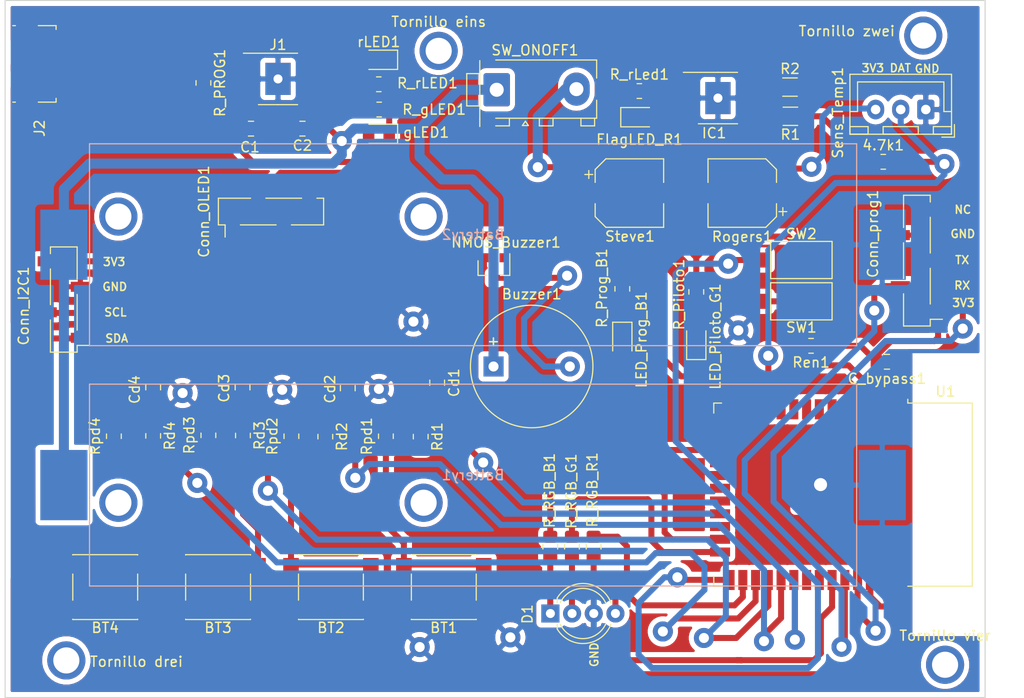
<source format=kicad_pcb>
(kicad_pcb (version 20171130) (host pcbnew "(5.1.10-1-10_14)")
  (layers (0 F.Cu signal) (31 B.Cu signal) (34 B.Paste user) (35 F.Paste user hide) (36 B.SilkS user hide) (37 F.SilkS user) (38 B.Mask user hide) (39 F.Mask user hide) (44 Edge.Cuts user))
  (net 0 "")
  (net 1 "Net-(IC1-Pad7)")
  (net 2 "Net-(IC1-Pad8)")
  (net 3 /3.3v)
  (net 4 "Net-(4.7k1-Pad2)")
  (net 5 /Batt)
  (net 6 GND)
  (net 7 "Net-(BT1-Pad2)")
  (net 8 "Net-(BT2-Pad2)")
  (net 9 "Net-(BT3-Pad2)")
  (net 10 "Net-(BT4-Pad2)")
  (net 11 "Net-(Buzzer1-Pad2)")
  (net 12 "Net-(C1-Pad1)")
  (net 13 /Button1/Sw)
  (net 14 "/Button2 /Sw")
  (net 15 /Button3/Sw)
  (net 16 /Button4/Sw)
  (net 17 "Net-(Conn_I2C1-Pad2)")
  (net 18 "Net-(D1-Pad1)")
  (net 19 "Net-(D1-Pad2)")
  (net 20 "Net-(FlagLED_R1-Pad1)")
  (net 21 "Net-(FlagLED_R1-Pad2)")
  (net 22 "Net-(R_gLED1-Pad2)")
  (net 23 "Net-(J1-Pad2)")
  (net 24 "Net-(J1-Pad6)")
  (net 25 "Net-(J1-Pad7)")
  (net 26 "Net-(J1-Pad8)")
  (net 27 "Net-(J2-Pad3)")
  (net 28 "Net-(LED_Piloto_G1-Pad2)")
  (net 29 "Net-(LED_Prog_B1-Pad2)")
  (net 30 "Net-(LED_Prog_B1-Pad1)")
  (net 31 "Net-(NMOS_Buzzer1-Pad1)")
  (net 32 "Net-(R_RGB_B1-Pad2)")
  (net 33 "Net-(R_RGB_G1-Pad2)")
  (net 34 "Net-(R_RGB_R1-Pad2)")
  (net 35 "Net-(R_rLED1-Pad1)")
  (net 36 "Net-(Ren1-Pad2)")
  (net 37 "Net-(SW2-Pad1)")
  (net 38 "Net-(U1-Pad4)")
  (net 39 "Net-(U1-Pad5)")
  (net 40 "Net-(U1-Pad13)")
  (net 41 "Net-(U1-Pad14)")
  (net 42 "Net-(U1-Pad17)")
  (net 43 "Net-(U1-Pad18)")
  (net 44 "Net-(U1-Pad19)")
  (net 45 "Net-(U1-Pad20)")
  (net 46 "Net-(U1-Pad21)")
  (net 47 "Net-(U1-Pad22)")
  (net 48 "Net-(U1-Pad31)")
  (net 49 "Net-(U1-Pad32)")
  (net 50 "Net-(Conn_prog1-Pad5)")
  (net 51 "Net-(Conn_prog1-Pad3)")
  (net 52 "Net-(Conn_prog1-Pad2)")
  (net 53 "Net-(U1-Pad10)")
  (net 54 "Net-(U1-Pad37)")
  (net 55 "Net-(D1-Pad4)")
  (net 56 "Net-(U1-Pad6)")
  (net 57 "Net-(U1-Pad7)")
  (net 58 "Net-(U1-Pad8)")
  (net 59 "Net-(U1-Pad9)")
  (net 60 "Net-(Conn_I2C1-Pad1)")
  (module Connector_Pin:Pin_D1.0mm_L10.0mm (layer F.Cu) (at 94.742 104.7369)
    (fp_text reference REF**)
    (fp_text value Pin_D1.0mm_L10.0mm)
    (pad 1 thru_hole circle (at 0 0) (size 2 2) (drill 1) (layers *.Cu *.Mask) (net 5 /Batt))
  )
  (module Connector_Pin:Pin_D1.0mm_L10.0mm (layer F.Cu) (at 102.5017 155.1305)
    (fp_text reference REF**)
    (fp_text value Pin_D1.0mm_L10.0mm)
    (pad 1 thru_hole circle (at 0 0) (size 2 2) (drill 1) (layers *.Cu *.Mask) (net 6 GND))
  )
  (module Connector_Pin:Pin_D1.0mm_L10.0mm (layer F.Cu) (at 111.5314 154.1653)
    (fp_text reference REF**)
    (fp_text value Pin_D1.0mm_L10.0mm)
    (pad 1 thru_hole circle (at 0 0) (size 2 2) (drill 1) (layers *.Cu *.Mask) (net 6 GND))
  )
  (module Connector_Pin:Pin_D1.0mm_L10.0mm (layer F.Cu) (at 101.8794 122.7201)
    (fp_text reference REF**)
    (fp_text value Pin_D1.0mm_L10.0mm)
    (pad 1 thru_hole circle (at 0 0) (size 2 2) (drill 1) (layers *.Cu *.Mask) (net 6 GND))
  )
  (module Connector_Pin:Pin_D1.0mm_L10.0mm (layer F.Cu) (at 98.4377 129.4257)
    (fp_text reference REF**)
    (fp_text value Pin_D1.0mm_L10.0mm)
    (pad 1 thru_hole circle (at 0 0) (size 2 2) (drill 1) (layers *.Cu *.Mask) (net 6 GND))
  )
  (module Connector_Pin:Pin_D1.0mm_L10.0mm (layer F.Cu) (at 88.8111 129.5146)
    (fp_text reference REF**)
    (fp_text value Pin_D1.0mm_L10.0mm)
    (pad 1 thru_hole circle (at 0 0) (size 2 2) (drill 1) (layers *.Cu *.Mask) (net 6 GND))
  )
  (module Connector_Pin:Pin_D1.0mm_L10.0mm (layer F.Cu) (at 134.239 123.5964)
    (fp_text reference REF**)
    (fp_text value Pin_D1.0mm_L10.0mm)
    (pad 1 thru_hole circle (at 0 0) (size 2 2) (drill 1) (layers *.Cu *.Mask) (net 6 GND))
  )
  (module Connector_Pin:Pin_D1.0mm_L10.0mm (layer F.Cu) (at 78.8924 129.8321)
    (fp_text reference REF**)
    (fp_text value Pin_D1.0mm_L10.0mm)
    (pad 1 thru_hole circle (at 0 0) (size 2 2) (drill 1) (layers *.Cu *.Mask) (net 6 GND))
  )
  (module RF_Module:ESP32-WROOM-32 (layer F.Cu) (at 141.6685 139.954 270)
    (fp_text reference U1 (at -10.271 -13.201) (layer F.SilkS))
    (fp_text value ESP32-WROOM-32)
    (pad 39 thru_hole rect (at -1 -0.755 270) (size 5 5) (drill 1.3) (layers *.Mask F.Cu) (net 6 GND))
    (pad 1 smd rect (at -8.5 -8.255 270) (size 2 0.9) (layers F.Cu F.Paste F.Mask) (net 6 GND))
    (pad 2 smd rect (at -8.5 -6.985 270) (size 2 0.9) (layers F.Cu F.Paste F.Mask) (net 3 /3.3v))
    (pad 3 smd rect (at -8.5 -5.715 270) (size 2 0.9) (layers F.Cu F.Paste F.Mask) (net 36 "Net-(Ren1-Pad2)"))
    (pad 4 smd rect (at -8.5 -4.445 270) (size 2 0.9) (layers F.Cu F.Paste F.Mask) (net 38 "Net-(U1-Pad4)"))
    (pad 5 smd rect (at -8.5 -3.175 270) (size 2 0.9) (layers F.Cu F.Paste F.Mask) (net 39 "Net-(U1-Pad5)"))
    (pad 6 smd rect (at -8.5 -1.905 270) (size 2 0.9) (layers F.Cu F.Paste F.Mask) (net 56 "Net-(U1-Pad6)"))
    (pad 7 smd rect (at -8.5 -0.635 270) (size 2 0.9) (layers F.Cu F.Paste F.Mask) (net 57 "Net-(U1-Pad7)"))
    (pad 8 smd rect (at -8.5 0.635 270) (size 2 0.9) (layers F.Cu F.Paste F.Mask) (net 58 "Net-(U1-Pad8)"))
    (pad 9 smd rect (at -8.5 1.905 270) (size 2 0.9) (layers F.Cu F.Paste F.Mask) (net 59 "Net-(U1-Pad9)"))
    (pad 10 smd rect (at -8.5 3.175 270) (size 2 0.9) (layers F.Cu F.Paste F.Mask) (net 53 "Net-(U1-Pad10)"))
    (pad 11 smd rect (at -8.5 4.445 270) (size 2 0.9) (layers F.Cu F.Paste F.Mask) (net 4 "Net-(4.7k1-Pad2)"))
    (pad 12 smd rect (at -8.5 5.715 270) (size 2 0.9) (layers F.Cu F.Paste F.Mask) (net 31 "Net-(NMOS_Buzzer1-Pad1)"))
    (pad 13 smd rect (at -8.5 6.985 270) (size 2 0.9) (layers F.Cu F.Paste F.Mask) (net 40 "Net-(U1-Pad13)"))
    (pad 14 smd rect (at -8.5 8.255 270) (size 2 0.9) (layers F.Cu F.Paste F.Mask) (net 41 "Net-(U1-Pad14)"))
    (pad 15 smd rect (at -5.715 9.255) (size 2 0.9) (layers F.Cu F.Paste F.Mask) (net 6 GND))
    (pad 16 smd rect (at -4.445 9.255) (size 2 0.9) (layers F.Cu F.Paste F.Mask) (net 29 "Net-(LED_Prog_B1-Pad2)"))
    (pad 17 smd rect (at -3.175 9.255) (size 2 0.9) (layers F.Cu F.Paste F.Mask) (net 42 "Net-(U1-Pad17)"))
    (pad 18 smd rect (at -1.905 9.255) (size 2 0.9) (layers F.Cu F.Paste F.Mask) (net 43 "Net-(U1-Pad18)"))
    (pad 19 smd rect (at -0.635 9.255) (size 2 0.9) (layers F.Cu F.Paste F.Mask) (net 44 "Net-(U1-Pad19)"))
    (pad 20 smd rect (at 0.635 9.255) (size 2 0.9) (layers F.Cu F.Paste F.Mask) (net 45 "Net-(U1-Pad20)"))
    (pad 21 smd rect (at 1.905 9.255) (size 2 0.9) (layers F.Cu F.Paste F.Mask) (net 46 "Net-(U1-Pad21)"))
    (pad 22 smd rect (at 3.175 9.255) (size 2 0.9) (layers F.Cu F.Paste F.Mask) (net 47 "Net-(U1-Pad22)"))
    (pad 23 smd rect (at 4.445 9.255) (size 2 0.9) (layers F.Cu F.Paste F.Mask) (net 32 "Net-(R_RGB_B1-Pad2)"))
    (pad 24 smd rect (at 5.715 9.255) (size 2 0.9) (layers F.Cu F.Paste F.Mask) (net 33 "Net-(R_RGB_G1-Pad2)"))
    (pad 25 smd rect (at 8.5 8.255 270) (size 2 0.9) (layers F.Cu F.Paste F.Mask) (net 37 "Net-(SW2-Pad1)"))
    (pad 26 smd rect (at 8.5 6.985 270) (size 2 0.9) (layers F.Cu F.Paste F.Mask) (net 34 "Net-(R_RGB_R1-Pad2)"))
    (pad 27 smd rect (at 8.5 5.715 270) (size 2 0.9) (layers F.Cu F.Paste F.Mask) (net 16 /Button4/Sw))
    (pad 28 smd rect (at 8.5 4.445 270) (size 2 0.9) (layers F.Cu F.Paste F.Mask) (net 15 /Button3/Sw))
    (pad 29 smd rect (at 8.5 3.175 270) (size 2 0.9) (layers F.Cu F.Paste F.Mask) (net 14 "/Button2 /Sw"))
    (pad 30 smd rect (at 8.5 1.905 270) (size 2 0.9) (layers F.Cu F.Paste F.Mask) (net 13 /Button1/Sw))
    (pad 31 smd rect (at 8.5 0.635 270) (size 2 0.9) (layers F.Cu F.Paste F.Mask) (net 48 "Net-(U1-Pad31)"))
    (pad 32 smd rect (at 8.5 -0.635 270) (size 2 0.9) (layers F.Cu F.Paste F.Mask) (net 49 "Net-(U1-Pad32)"))
    (pad 33 smd rect (at 8.5 -1.905 270) (size 2 0.9) (layers F.Cu F.Paste F.Mask) (net 60 "Net-(Conn_I2C1-Pad1)"))
    (pad 34 smd rect (at 8.5 -3.175 270) (size 2 0.9) (layers F.Cu F.Paste F.Mask) (net 52 "Net-(Conn_prog1-Pad2)"))
    (pad 35 smd rect (at 8.5 -4.445 270) (size 2 0.9) (layers F.Cu F.Paste F.Mask) (net 51 "Net-(Conn_prog1-Pad3)"))
    (pad 36 smd rect (at 8.5 -5.715 270) (size 2 0.9) (layers F.Cu F.Paste F.Mask) (net 17 "Net-(Conn_I2C1-Pad2)"))
    (pad 37 smd rect (at 8.5 -6.985 270) (size 2 0.9) (layers F.Cu F.Paste F.Mask) (net 54 "Net-(U1-Pad37)"))
    (pad 38 smd rect (at 8.5 -8.255 270) (size 2 0.9) (layers F.Cu F.Paste F.Mask) (net 6 GND))
  )
  (module Connector_Pin:Pin_D1.0mm_L10.0mm (layer F.Cu) (at 139.8651 154.3939)
    (fp_text reference REF**)
    (fp_text value Pin_D1.0mm_L10.0mm)
    (pad 1 thru_hole circle (at 0 0) (size 2 2) (drill 1) (layers *.Cu *.Mask) (net 13 /Button1/Sw))
  )
  (module Connector_Pin:Pin_D1.0mm_L10.0mm (layer F.Cu) (at 147.7772 121.6152)
    (fp_text reference REF**)
    (fp_text value Pin_D1.0mm_L10.0mm)
    (pad 1 thru_hole circle (at 0 0) (size 2 2) (drill 1) (layers *.Cu *.Mask) (net 52 "Net-(Conn_prog1-Pad2)"))
  )
  (module Connector_Pin:Pin_D1.0mm_L10.0mm (layer F.Cu) (at 130.81 154.2288)
    (fp_text reference REF**)
    (fp_text value Pin_D1.0mm_L10.0mm)
    (pad 1 thru_hole circle (at 0 0) (size 2 2) (drill 1) (layers *.Cu *.Mask) (net 15 /Button3/Sw))
  )
  (module Connector_Pin:Pin_D1.0mm_L10.0mm (layer F.Cu) (at 136.7917 154.5463)
    (fp_text reference REF**)
    (fp_text value Pin_D1.0mm_L10.0mm)
    (pad 1 thru_hole circle (at 0 0) (size 2 2) (drill 1) (layers *.Cu *.Mask) (net 14 "/Button2 /Sw"))
  )
  (module Connector_Pin:Pin_D1.0mm_L10.0mm (layer F.Cu) (at 154.7622 107.0229)
    (fp_text reference REF**)
    (fp_text value Pin_D1.0mm_L10.0mm)
    (pad 1 thru_hole circle (at 0 0) (size 2 2) (drill 1) (layers *.Cu *.Mask) (net 4 "Net-(4.7k1-Pad2)"))
  )
  (module Connector_Pin:Pin_D1.0mm_L10.0mm (layer F.Cu) (at 147.9042 153.5049)
    (fp_text reference REF**)
    (fp_text value Pin_D1.0mm_L10.0mm)
    (pad 1 thru_hole circle (at 0 0) (size 2 2) (drill 1) (layers *.Cu *.Mask) (net 51 "Net-(Conn_prog1-Pad3)"))
  )
  (module Connector_Pin:Pin_D1.0mm_L10.0mm (layer F.Cu) (at 126.7206 153.5811)
    (fp_text reference REF**)
    (fp_text value Pin_D1.0mm_L10.0mm)
    (pad 1 thru_hole circle (at 0 0) (size 2 2) (drill 1) (layers *.Cu *.Mask) (net 16 /Button4/Sw))
  )
  (module Connector_Pin:Pin_D1.0mm_L10.0mm (layer F.Cu) (at 114.2619 107.3404)
    (fp_text reference REF**)
    (fp_text value Pin_D1.0mm_L10.0mm)
    (pad 1 thru_hole circle (at 0 0) (size 2 2) (drill 1) (layers *.Cu *.Mask) (net 21 "Net-(FlagLED_R1-Pad2)"))
  )
  (module Connector_Pin:Pin_D1.0mm_L10.0mm (layer F.Cu) (at 117.1829 118.1481)
    (fp_text reference REF**)
    (fp_text value Pin_D1.0mm_L10.0mm)
    (pad 1 thru_hole circle (at 0 0) (size 2 2) (drill 1) (layers *.Cu *.Mask) (net 11 "Net-(Buzzer1-Pad2)"))
  )
  (module Connector_Pin:Pin_D1.0mm_L10.0mm (layer F.Cu) (at 108.8263 136.7536)
    (fp_text reference REF**)
    (fp_text value Pin_D1.0mm_L10.0mm)
    (pad 1 thru_hole circle (at 0 0) (size 2 2) (drill 1) (layers *.Cu *.Mask) (net 13 /Button1/Sw))
  )
  (module Connector_Pin:Pin_D1.0mm_L10.0mm (layer F.Cu) (at 144.5133 155.1051)
    (fp_text reference REF**)
    (fp_text value Pin_D1.0mm_L10.0mm)
    (pad 1 thru_hole circle (at 0 0) (size 2 2) (drill 1) (layers *.Cu *.Mask) (net 52 "Net-(Conn_prog1-Pad2)"))
  )
  (module Connector_Pin:Pin_D1.0mm_L10.0mm (layer F.Cu) (at 156.591 123.4186)
    (fp_text reference REF**)
    (fp_text value Pin_D1.0mm_L10.0mm)
    (pad 1 thru_hole circle (at 0 0) (size 2 2) (drill 1) (layers *.Cu *.Mask) (net 51 "Net-(Conn_prog1-Pad3)"))
  )
  (module Connector_Pin:Pin_D1.0mm_L10.0mm (layer F.Cu) (at 137.2108 126.1237)
    (fp_text reference REF**)
    (fp_text value Pin_D1.0mm_L10.0mm)
    (pad 1 thru_hole circle (at 0 0) (size 2 2) (drill 1) (layers *.Cu *.Mask) (net 4 "Net-(4.7k1-Pad2)"))
  )
  (module Connector_Pin:Pin_D1.0mm_L10.0mm (layer F.Cu) (at 128.1684 148.1836)
    (fp_text reference REF**)
    (fp_text value Pin_D1.0mm_L10.0mm)
    (pad 1 thru_hole circle (at 0 0) (size 2 2) (drill 1) (layers *.Cu *.Mask) (net 37 "Net-(SW2-Pad1)"))
  )
  (module Connector_Pin:Pin_D1.0mm_L10.0mm (layer F.Cu) (at 141.5161 107.3023)
    (fp_text reference REF**)
    (fp_text value Pin_D1.0mm_L10.0mm)
    (pad 1 thru_hole circle (at 0 0) (size 2 2) (drill 1) (layers *.Cu *.Mask) (net 3 /3.3v))
  )
  (module Connector_Pin:Pin_D1.0mm_L10.0mm (layer F.Cu) (at 80.3529 138.7856)
    (fp_text reference REF**)
    (fp_text value Pin_D1.0mm_L10.0mm)
    (pad 1 thru_hole circle (at 0 0) (size 2 2) (drill 1) (layers *.Cu *.Mask) (net 16 /Button4/Sw))
  )
  (module Connector_Pin:Pin_D1.0mm_L10.0mm (layer F.Cu) (at 96.0882 138.2776)
    (fp_text reference REF**)
    (fp_text value Pin_D1.0mm_L10.0mm)
    (pad 1 thru_hole circle (at 0 0) (size 2 2) (drill 1) (layers *.Cu *.Mask) (net 14 "/Button2 /Sw"))
  )
  (module Connector_Pin:Pin_D1.0mm_L10.0mm (layer F.Cu) (at 133.223 116.9543)
    (fp_text reference REF**)
    (fp_text value Pin_D1.0mm_L10.0mm)
    (pad 1 thru_hole circle (at 0 0) (size 2 2) (drill 1) (layers *.Cu *.Mask) (net 37 "Net-(SW2-Pad1)"))
  )
  (module Connector_Pin:Pin_D1.0mm_L10.0mm (layer F.Cu) (at 87.3887 139.5603)
    (fp_text reference REF**)
    (fp_text value Pin_D1.0mm_L10.0mm)
    (pad 1 thru_hole circle (at 0 0) (size 2 2) (drill 1) (layers *.Cu *.Mask) (net 15 /Button3/Sw))
  )
  (module Package_SO:SOIC-8-1EP_3.9x4.9mm_P1.27mm_EP2.514x3.2mm (layer F.Cu) (at 132.207 100.457)
    (fp_text reference IC1 (at -0.381 3.4925) (layer F.SilkS))
    (fp_text value MIC37303YME)
    (pad 9 thru_hole rect (at 0 0) (size 2.514 3.2) (drill 0.9) (layers *.Cu *.Mask) (net 6 GND))
    (pad 8 smd roundrect (at 2.6375 -1.905) (size 1.625 0.6) (layers F.Cu F.Paste F.Mask) (net 2 "Net-(IC1-Pad8)"))
    (pad 7 smd roundrect (at 2.6375 -0.635) (size 1.625 0.6) (layers F.Cu F.Paste F.Mask) (net 1 "Net-(IC1-Pad7)"))
    (pad 6 smd roundrect (at 2.6375 0.635) (size 1.625 0.6) (layers F.Cu F.Paste F.Mask) (net 3 /3.3v))
    (pad 5 smd roundrect (at 2.6375 1.905) (size 1.625 0.6) (layers F.Cu F.Paste F.Mask) (net 3 /3.3v))
    (pad 4 smd roundrect (at -2.6375 1.905) (size 1.625 0.6) (layers F.Cu F.Paste F.Mask) (net 21 "Net-(FlagLED_R1-Pad2)"))
    (pad 3 smd roundrect (at -2.6375 0.635) (size 1.625 0.6) (layers F.Cu F.Paste F.Mask) (net 21 "Net-(FlagLED_R1-Pad2)"))
    (pad 2 smd roundrect (at -2.6375 -0.635) (size 1.625 0.6) (layers F.Cu F.Paste F.Mask) (net 21 "Net-(FlagLED_R1-Pad2)"))
    (pad 1 smd roundrect (at -2.6375 -1.905) (size 1.625 0.6) (layers F.Cu F.Paste F.Mask) (net 6 GND))
  )
  (module Package_SO:SOIC-8-1EP_3.9x4.9mm_P1.27mm_EP2.514x3.2mm (layer F.Cu) (at 88.392 98.552)
    (fp_text reference J1 (at 0 -3.4) (layer F.SilkS))
    (fp_text value TP4056)
    (pad 1 smd roundrect (at -2.6375 -1.905) (size 1.625 0.6) (layers F.Cu F.Paste F.Mask) (net 6 GND))
    (pad 2 smd roundrect (at -2.6375 -0.635) (size 1.625 0.6) (layers F.Cu F.Paste F.Mask) (net 23 "Net-(J1-Pad2)"))
    (pad 3 smd roundrect (at -2.6375 0.635) (size 1.625 0.6) (layers F.Cu F.Paste F.Mask) (net 6 GND))
    (pad 4 smd roundrect (at -2.6375 1.905) (size 1.625 0.6) (layers F.Cu F.Paste F.Mask) (net 12 "Net-(C1-Pad1)"))
    (pad 5 smd roundrect (at 2.6375 1.905) (size 1.625 0.6) (layers F.Cu F.Paste F.Mask) (net 5 /Batt))
    (pad 6 smd roundrect (at 2.6375 0.635) (size 1.625 0.6) (layers F.Cu F.Paste F.Mask) (net 24 "Net-(J1-Pad6)"))
    (pad 7 smd roundrect (at 2.6375 -0.635) (size 1.625 0.6) (layers F.Cu F.Paste F.Mask) (net 25 "Net-(J1-Pad7)"))
    (pad 8 smd roundrect (at 2.6375 -1.905) (size 1.625 0.6) (layers F.Cu F.Paste F.Mask) (net 26 "Net-(J1-Pad8)"))
    (pad 9 thru_hole rect (at 0 0) (size 2.514 3.2) (drill 0.9) (layers *.Cu *.Mask) (net 6 GND))
  )
  (module Connector_USB:USB_Micro-B_Molex_47346-0001 (layer F.Cu) (at 64.5795 97.0534 270)
    (fp_text reference J2 (at 6.4135 -0.0635 90) (layer F.SilkS))
    (fp_text value USB_B_Micro)
    (pad 6 smd rect (at 1.55 1.2 270) (size 1 1.9) (layers F.Cu F.Paste F.Mask) (net 6 GND))
    (pad 6 smd rect (at -1.15 1.2 270) (size 1.8 1.9) (layers F.Cu F.Paste F.Mask) (net 6 GND))
    (pad 6 smd rect (at 3.375 1.2 270) (size 1.65 1.3) (layers F.Cu F.Paste F.Mask) (net 6 GND))
    (pad 6 smd rect (at -3.375 1.2 270) (size 1.65 1.3) (layers F.Cu F.Paste F.Mask) (net 6 GND))
    (pad 6 smd rect (at 2.6875 -1.375 270) (size 1.225 1.55) (layers F.Cu F.Paste F.Mask) (net 6 GND))
    (pad 6 smd rect (at -2.6875 -1.375 270) (size 1.225 1.55) (layers F.Cu F.Paste F.Mask) (net 6 GND))
    (pad 5 smd rect (at 1.3 -1.46 270) (size 0.45 1.38) (layers F.Cu F.Paste F.Mask) (net 6 GND))
    (pad 3 smd rect (at 0 -1.46 270) (size 0.45 1.38) (layers F.Cu F.Paste F.Mask) (net 27 "Net-(J2-Pad3)"))
    (pad 1 smd rect (at -1.3 -1.46 270) (size 0.45 1.38) (layers F.Cu F.Paste F.Mask) (net 12 "Net-(C1-Pad1)"))
  )
  (module Resistor_SMD:R_1206_3216Metric_Pad1.30x1.75mm_HandSolder (layer F.Cu) (at 139.3825 99.3648)
    (fp_text reference R2 (at 0 -1.82) (layer F.SilkS))
    (fp_text value 4.02k)
    (pad 2 smd roundrect (at 1.55 0) (size 1.3 1.75) (layers F.Cu F.Paste F.Mask) (roundrect_rratio 0.1923076923076923) (net 6 GND))
    (pad 1 smd roundrect (at -1.55 0) (size 1.3 1.75) (layers F.Cu F.Paste F.Mask) (roundrect_rratio 0.1923076923076923) (net 1 "Net-(IC1-Pad7)"))
  )
  (module Resistor_SMD:R_1206_3216Metric_Pad1.30x1.75mm_HandSolder (layer F.Cu) (at 139.4206 102.2731 180)
    (fp_text reference R1 (at 0 -1.82) (layer F.SilkS))
    (fp_text value 6.98k)
    (pad 2 smd roundrect (at 1.55 0 180) (size 1.3 1.75) (layers F.Cu F.Paste F.Mask) (roundrect_rratio 0.1923076923076923) (net 1 "Net-(IC1-Pad7)"))
    (pad 1 smd roundrect (at -1.55 0 180) (size 1.3 1.75) (layers F.Cu F.Paste F.Mask) (roundrect_rratio 0.1923076923076923) (net 3 /3.3v))
  )
  (module Connector_TE-Connectivity:TE_MATE-N-LOK_1-770866-x_1x02_P4.14mm_Vertical (layer F.Cu) (at 113.03 99.568 90)
    (fp_text reference SW_ONOFF1 (at 3.8735 0.9525 180) (layer F.SilkS))
    (fp_text value SW_Push)
    (pad 2 thru_hole oval (at 0 5.08 90) (size 3.3 2.64) (drill 1.4) (layers *.Cu *.Mask) (net 21 "Net-(FlagLED_R1-Pad2)"))
    (pad 1 thru_hole roundrect (at -0.0635 -2.8575 90) (size 3.3 2.64) (drill 1.4) (layers *.Cu *.Mask) (roundrect_rratio 0.0946969696969697) (net 5 /Batt))
  )
  (module Resistor_SMD:R_0805_2012Metric_Pad1.20x1.40mm_HandSolder (layer F.Cu) (at 98.4283 99.0854 180)
    (fp_text reference R_rLED1 (at -4.8481 0.1143) (layer F.SilkS))
    (fp_text value 1k)
    (pad 2 smd roundrect (at 1 0 180) (size 1.2 1.4) (layers F.Cu F.Paste F.Mask) (roundrect_rratio 0.2083325) (net 25 "Net-(J1-Pad7)"))
    (pad 1 smd roundrect (at -1 0 180) (size 1.2 1.4) (layers F.Cu F.Paste F.Mask) (roundrect_rratio 0.2083325) (net 35 "Net-(R_rLED1-Pad1)"))
  )
  (module Button_Switch_SMD:SW_SPST_CK_RS282G05A3 (layer F.Cu) (at 140.5128 116.586)
    (fp_text reference SW2 (at 0 -2.6) (layer F.SilkS))
    (fp_text value SW_Push)
    (pad 2 smd rect (at 3.9 0) (size 1.5 1.5) (layers F.Cu F.Paste F.Mask) (net 6 GND))
    (pad 1 smd rect (at -3.9 0) (size 1.5 1.5) (layers F.Cu F.Paste F.Mask) (net 37 "Net-(SW2-Pad1)"))
  )
  (module Button_Switch_SMD:SW_SPST_CK_RS282G05A3 (layer F.Cu) (at 140.5128 120.7008 180)
    (fp_text reference SW1 (at 0 -2.6) (layer F.SilkS))
    (fp_text value SW_Push)
    (pad 2 smd rect (at 3.9 0 180) (size 1.5 1.5) (layers F.Cu F.Paste F.Mask) (net 36 "Net-(Ren1-Pad2)"))
    (pad 1 smd rect (at -3.9 0 180) (size 1.5 1.5) (layers F.Cu F.Paste F.Mask) (net 6 GND))
  )
  (module Capacitor_SMD:C_0805_2012Metric_Pad1.18x1.45mm_HandSolder (layer F.Cu) (at 149.0384 126.7206 180)
    (fp_text reference C_bypass1 (at 0 -1.68) (layer F.SilkS))
    (fp_text value 100pF)
    (pad 2 smd roundrect (at 1.0375 0 180) (size 1.175 1.45) (layers F.Cu F.Paste F.Mask) (roundrect_rratio 0.2127659574468085) (net 3 /3.3v))
    (pad 1 smd roundrect (at -1.0375 0 180) (size 1.175 1.45) (layers F.Cu F.Paste F.Mask) (roundrect_rratio 0.2127659574468085) (net 6 GND))
  )
  (module Connector_PinSocket_2.54mm:PinSocket_1x04_P2.54mm_Vertical_SMD_Pin1Left (layer F.Cu) (at 87.6935 111.76 90)
    (fp_text reference Conn_OLED1 (at 0 -6.68 90) (layer F.SilkS))
    (fp_text value Conn_01x04_Female)
    (pad 4 smd rect (at 1.65 3.81 90) (size 1.9 1) (layers F.Cu F.Paste F.Mask) (net 60 "Net-(Conn_I2C1-Pad1)"))
    (pad 2 smd rect (at 1.65 -1.27 90) (size 1.9 1) (layers F.Cu F.Paste F.Mask) (net 3 /3.3v))
    (pad 3 smd rect (at -1.65 1.27 90) (size 1.9 1) (layers F.Cu F.Paste F.Mask) (net 17 "Net-(Conn_I2C1-Pad2)"))
    (pad 1 smd rect (at -1.65 -3.81 90) (size 1.9 1) (layers F.Cu F.Paste F.Mask) (net 6 GND))
    (pad "" thru_hole circle (at -29 -15.2 90) (size 3.8 3.8) (drill 2.6) (layers *.Cu *.Mask))
    (pad "" thru_hole circle (at -0.5 -15.2 90) (size 3.8 3.8) (drill 2.6) (layers *.Cu *.Mask))
    (pad "" thru_hole circle (at -0.5 15.2 90) (size 3.8 3.8) (drill 2.6) (layers *.Cu *.Mask))
    (pad "" thru_hole circle (at -29 15.2 90) (size 3.8 3.8) (drill 2.6) (layers *.Cu *.Mask))
  )
  (module MountingHole:MountingHole_2.2mm_M2_DIN965_Pad (layer F.Cu) (at 154.8257 156.8958)
    (fp_text reference "Tornillo vier" (at 0 -2.9) (layer F.SilkS))
    (fp_text value MountingHole_2.2mm_M2_DIN965_Pad)
    (pad 1 thru_hole circle (at 0 0) (size 3.8 3.8) (drill 2.6) (layers *.Cu *.Mask))
  )
  (module MountingHole:MountingHole_2.2mm_M2_DIN965_Pad (layer F.Cu) (at 67.31 156.464)
    (fp_text reference "Tornillo drei" (at 6.985 0.127) (layer F.SilkS))
    (fp_text value MountingHole_2.2mm_M2_DIN965_Pad)
    (pad 1 thru_hole circle (at 0 0) (size 3.8 3.8) (drill 2.6) (layers *.Cu *.Mask))
  )
  (module MountingHole:MountingHole_2.2mm_M2_DIN965_Pad (layer F.Cu) (at 152.654 94.234)
    (fp_text reference "Tornillo zwei" (at -7.62 -0.4445) (layer F.SilkS))
    (fp_text value MountingHole_2.2mm_M2_DIN965_Pad)
    (pad 1 thru_hole circle (at 0 0) (size 3.8 3.8) (drill 2.6) (layers *.Cu *.Mask))
  )
  (module MountingHole:MountingHole_2.2mm_M2_DIN965_Pad (layer F.Cu) (at 104.394 95.758)
    (fp_text reference "Tornillo eins" (at 0 -2.9) (layer F.SilkS))
    (fp_text value MountingHole_2.2mm_M2_DIN965_Pad)
    (pad 1 thru_hole circle (at 0 0) (size 3.8 3.8) (drill 2.6) (layers *.Cu *.Mask))
  )
  (module Connector_PinSocket_2.54mm:PinSocket_1x05_P2.54mm_Vertical_SMD_Pin1Left (layer F.Cu) (at 152.019 116.6495 180)
    (fp_text reference Conn_prog1 (at 4.3815 2.667 270) (layer F.SilkS))
    (fp_text value Conn_01x05_Female)
    (pad 4 smd rect (at 1.65 2.54 180) (size 1.9 1) (layers F.Cu F.Paste F.Mask) (net 6 GND))
    (pad 2 smd rect (at 1.65 -2.54 180) (size 1.9 1) (layers F.Cu F.Paste F.Mask) (net 52 "Net-(Conn_prog1-Pad2)"))
    (pad 5 smd rect (at -1.65 5.08 180) (size 1.9 1) (layers F.Cu F.Paste F.Mask) (net 50 "Net-(Conn_prog1-Pad5)"))
    (pad 3 smd rect (at -1.65 0 180) (size 1.9 1) (layers F.Cu F.Paste F.Mask) (net 51 "Net-(Conn_prog1-Pad3)"))
    (pad 1 smd rect (at -1.65 -5.08 180) (size 1.9 1) (layers F.Cu F.Paste F.Mask) (net 3 /3.3v))
  )
  (module Button_Switch_SMD:SW_Push_1P1T_NO_6x6mm_H9.5mm (layer F.Cu) (at 71.1835 149.1615 180)
    (fp_text reference BT4 (at 0 -4.05) (layer F.SilkS))
    (fp_text value SW_Push)
    (pad 2 smd rect (at 3.975 2.25 180) (size 1.55 1.3) (layers F.Cu F.Paste F.Mask) (net 10 "Net-(BT4-Pad2)"))
    (pad 1 smd rect (at 3.975 -2.25 180) (size 1.55 1.3) (layers F.Cu F.Paste F.Mask) (net 6 GND))
    (pad 1 smd rect (at -3.975 -2.25 180) (size 1.55 1.3) (layers F.Cu F.Paste F.Mask) (net 6 GND))
    (pad 2 smd rect (at -3.975 2.25 180) (size 1.55 1.3) (layers F.Cu F.Paste F.Mask) (net 10 "Net-(BT4-Pad2)"))
  )
  (module Button_Switch_SMD:SW_Push_1P1T_NO_6x6mm_H9.5mm (layer F.Cu) (at 82.423 149.1615 180)
    (fp_text reference BT3 (at 0 -4.05) (layer F.SilkS))
    (fp_text value SW_Push)
    (pad 2 smd rect (at 3.975 2.25 180) (size 1.55 1.3) (layers F.Cu F.Paste F.Mask) (net 9 "Net-(BT3-Pad2)"))
    (pad 1 smd rect (at 3.975 -2.25 180) (size 1.55 1.3) (layers F.Cu F.Paste F.Mask) (net 6 GND))
    (pad 1 smd rect (at -3.975 -2.25 180) (size 1.55 1.3) (layers F.Cu F.Paste F.Mask) (net 6 GND))
    (pad 2 smd rect (at -3.975 2.25 180) (size 1.55 1.3) (layers F.Cu F.Paste F.Mask) (net 9 "Net-(BT3-Pad2)"))
  )
  (module Button_Switch_SMD:SW_Push_1P1T_NO_6x6mm_H9.5mm (layer F.Cu) (at 93.6625 149.1615 180)
    (fp_text reference BT2 (at 0 -4.05) (layer F.SilkS))
    (fp_text value SW_Push)
    (pad 2 smd rect (at 3.975 2.25 180) (size 1.55 1.3) (layers F.Cu F.Paste F.Mask) (net 8 "Net-(BT2-Pad2)"))
    (pad 1 smd rect (at 3.975 -2.25 180) (size 1.55 1.3) (layers F.Cu F.Paste F.Mask) (net 6 GND))
    (pad 1 smd rect (at -3.975 -2.25 180) (size 1.55 1.3) (layers F.Cu F.Paste F.Mask) (net 6 GND))
    (pad 2 smd rect (at -3.975 2.25 180) (size 1.55 1.3) (layers F.Cu F.Paste F.Mask) (net 8 "Net-(BT2-Pad2)"))
  )
  (module Button_Switch_SMD:SW_Push_1P1T_NO_6x6mm_H9.5mm (layer F.Cu) (at 104.9025 149.1615 180)
    (fp_text reference BT1 (at 0 -4.05) (layer F.SilkS))
    (fp_text value SW_Push)
    (pad 2 smd rect (at 3.975 2.25 180) (size 1.55 1.3) (layers F.Cu F.Paste F.Mask) (net 7 "Net-(BT1-Pad2)"))
    (pad 1 smd rect (at 3.975 -2.25 180) (size 1.55 1.3) (layers F.Cu F.Paste F.Mask) (net 6 GND))
    (pad 1 smd rect (at -3.975 -2.25 180) (size 1.55 1.3) (layers F.Cu F.Paste F.Mask) (net 6 GND))
    (pad 2 smd rect (at -3.975 2.25 180) (size 1.55 1.3) (layers F.Cu F.Paste F.Mask) (net 7 "Net-(BT1-Pad2)"))
  )
  (module Capacitor_SMD:C_0805_2012Metric_Pad1.18x1.45mm_HandSolder (layer F.Cu) (at 75.9587 129.2606 270)
    (fp_text reference Cd4 (at 0.2286 1.8415 90) (layer F.SilkS))
    (fp_text value 0.1u)
    (pad 2 smd roundrect (at 1.0375 0 270) (size 1.175 1.45) (layers F.Cu F.Paste F.Mask) (roundrect_rratio 0.2127659574468085) (net 16 /Button4/Sw))
    (pad 1 smd roundrect (at -1.0375 0 270) (size 1.175 1.45) (layers F.Cu F.Paste F.Mask) (roundrect_rratio 0.2127659574468085) (net 6 GND))
  )
  (module Capacitor_SMD:C_0805_2012Metric_Pad1.18x1.45mm_HandSolder (layer F.Cu) (at 84.8614 129.2606 270)
    (fp_text reference Cd3 (at 0.0889 1.8415 90) (layer F.SilkS))
    (fp_text value 0.1u)
    (pad 2 smd roundrect (at 1.0375 0 270) (size 1.175 1.45) (layers F.Cu F.Paste F.Mask) (roundrect_rratio 0.2127659574468085) (net 15 /Button3/Sw))
    (pad 1 smd roundrect (at -1.0375 0 270) (size 1.175 1.45) (layers F.Cu F.Paste F.Mask) (roundrect_rratio 0.2127659574468085) (net 6 GND))
  )
  (module Capacitor_SMD:C_0805_2012Metric_Pad1.18x1.45mm_HandSolder (layer F.Cu) (at 95.3389 129.3495 270)
    (fp_text reference Cd2 (at 0.0889 1.7653 90) (layer F.SilkS))
    (fp_text value 0.1u)
    (pad 2 smd roundrect (at 1.0375 0 270) (size 1.175 1.45) (layers F.Cu F.Paste F.Mask) (roundrect_rratio 0.2127659574468085) (net 14 "/Button2 /Sw"))
    (pad 1 smd roundrect (at -1.0375 0 270) (size 1.175 1.45) (layers F.Cu F.Paste F.Mask) (roundrect_rratio 0.2127659574468085) (net 6 GND))
  )
  (module Capacitor_SMD:C_0805_2012Metric_Pad1.18x1.45mm_HandSolder (layer F.Cu) (at 104.2416 128.8034 270)
    (fp_text reference Cd1 (at 0 -1.68 90) (layer F.SilkS))
    (fp_text value 0.1u)
    (pad 2 smd roundrect (at 1.0375 0 270) (size 1.175 1.45) (layers F.Cu F.Paste F.Mask) (roundrect_rratio 0.2127659574468085) (net 13 /Button1/Sw))
    (pad 1 smd roundrect (at -1.0375 0 270) (size 1.175 1.45) (layers F.Cu F.Paste F.Mask) (roundrect_rratio 0.2127659574468085) (net 6 GND))
  )
  (module Capacitor_SMD:C_0805_2012Metric_Pad1.18x1.45mm_HandSolder (layer F.Cu) (at 90.8265 103.505 180)
    (fp_text reference C2 (at 0 -1.68) (layer F.SilkS))
    (fp_text value 10u)
    (pad 2 smd roundrect (at 1.0375 0 180) (size 1.175 1.45) (layers F.Cu F.Paste F.Mask) (roundrect_rratio 0.2127659574468085) (net 6 GND))
    (pad 1 smd roundrect (at -1.0375 0 180) (size 1.175 1.45) (layers F.Cu F.Paste F.Mask) (roundrect_rratio 0.2127659574468085) (net 5 /Batt))
  )
  (module Capacitor_SMD:C_0805_2012Metric_Pad1.18x1.45mm_HandSolder (layer F.Cu) (at 85.7035 103.505)
    (fp_text reference C1 (at -0.1055 1.8415) (layer F.SilkS))
    (fp_text value 10u)
    (pad 2 smd roundrect (at 1.0375 0) (size 1.175 1.45) (layers F.Cu F.Paste F.Mask) (roundrect_rratio 0.2127659574468085) (net 6 GND))
    (pad 1 smd roundrect (at -1.0375 0) (size 1.175 1.45) (layers F.Cu F.Paste F.Mask) (roundrect_rratio 0.2127659574468085) (net 12 "Net-(C1-Pad1)"))
  )
  (module Battery:BatteryHolder_MPD_BH-18650-PC2 (layer B.Cu) (at 71.8185 139.0015)
    (fp_text reference Battery1 (at 36 -1) (layer B.SilkS) (effects (justify mirror)))
    (fp_text value Battery_Cell)
    (pad 1 smd rect (at -4.75 0) (size 4.7 7) (layers B.Cu B.Paste B.Mask) (net 5 /Batt))
    (pad 2 smd rect (at 76.75 0) (size 4.7 7) (layers B.Cu B.Paste B.Mask) (net 6 GND))
  )
  (module Battery:BatteryHolder_MPD_BH-18650-PC2 (layer B.Cu) (at 71.8185 115.062)
    (fp_text reference Battery2 (at 36 -1) (layer B.SilkS) (effects (justify mirror)))
    (fp_text value Battery_Cell)
    (pad 2 smd rect (at 76.75 0) (size 4.7 7) (layers B.Cu B.Paste B.Mask) (net 6 GND))
    (pad 1 smd rect (at -4.75 0) (size 4.7 7) (layers B.Cu B.Paste B.Mask) (net 5 /Batt))
  )
  (module Resistor_SMD:R_0805_2012Metric_Pad1.20x1.40mm_HandSolder (layer F.Cu) (at 148.6695 106.807)
    (fp_text reference 4.7k1 (at 0 -1.65) (layer F.SilkS))
    (fp_text value R_OneWire)
    (pad 2 smd roundrect (at 1 0) (size 1.2 1.4) (layers F.Cu F.Paste F.Mask) (roundrect_rratio 0.2083325) (net 4 "Net-(4.7k1-Pad2)"))
    (pad 1 smd roundrect (at -1 0) (size 1.2 1.4) (layers F.Cu F.Paste F.Mask) (roundrect_rratio 0.2083325) (net 3 /3.3v))
  )
  (module Buzzer_Beeper:Buzzer_12x9.5RM7.6 (layer F.Cu) (at 109.855 127.1905)
    (fp_text reference Buzzer1 (at 3.8 -7.2) (layer F.SilkS))
    (fp_text value Buzzer)
    (fp_text user + (at -0.01 -2.54) (layer F.SilkS))
    (pad 1 thru_hole rect (at 0 0) (size 2 2) (drill 1) (layers *.Cu *.Mask) (net 5 /Batt))
    (pad 2 thru_hole circle (at 7.6 0) (size 2 2) (drill 1) (layers *.Cu *.Mask) (net 11 "Net-(Buzzer1-Pad2)"))
  )
  (module LED_THT:LED_D5.0mm-4_RGB_Wide_Pins (layer F.Cu) (at 115.5192 151.7904)
    (fp_text reference D1 (at -2.286 0.0635 90) (layer F.SilkS))
    (fp_text value LED_RGBC)
    (pad 1 thru_hole rect (at 0 0) (size 1.8 1.8) (drill 0.9) (layers *.Cu *.Mask) (net 18 "Net-(D1-Pad1)"))
    (pad 2 thru_hole circle (at 2.159 0) (size 1.8 1.8) (drill 0.9) (layers *.Cu *.Mask) (net 19 "Net-(D1-Pad2)"))
    (pad 3 thru_hole circle (at 4.318 0) (size 1.8 1.8) (drill 0.9) (layers *.Cu *.Mask) (net 6 GND))
    (pad 4 thru_hole circle (at 6.477 0) (size 1.8 1.8) (drill 0.9) (layers *.Cu *.Mask) (net 55 "Net-(D1-Pad4)"))
  )
  (module LED_SMD:LED_0805_2012Metric_Pad1.15x1.40mm_HandSolder (layer F.Cu) (at 124.3875 102.362)
    (fp_text reference FlagLED_R1 (at 0.009 2.2225) (layer F.SilkS))
    (fp_text value LED)
    (pad 1 smd roundrect (at -1.025 0) (size 1.15 1.4) (layers F.Cu F.Paste F.Mask) (roundrect_rratio 0.2173904347826087) (net 20 "Net-(FlagLED_R1-Pad1)"))
    (pad 2 smd roundrect (at 1.025 0) (size 1.15 1.4) (layers F.Cu F.Paste F.Mask) (roundrect_rratio 0.2173904347826087) (net 21 "Net-(FlagLED_R1-Pad2)"))
  )
  (module LED_SMD:LED_0805_2012Metric_Pad1.15x1.40mm_HandSolder (layer F.Cu) (at 98.4414 104.013 180)
    (fp_text reference gLED1 (at -4.708 0.127) (layer F.SilkS))
    (fp_text value LED)
    (pad 2 smd roundrect (at 1.025 0 180) (size 1.15 1.4) (layers F.Cu F.Paste F.Mask) (roundrect_rratio 0.2173904347826087) (net 12 "Net-(C1-Pad1)"))
    (pad 1 smd roundrect (at -1.025 0 180) (size 1.15 1.4) (layers F.Cu F.Paste F.Mask) (roundrect_rratio 0.2173904347826087) (net 22 "Net-(R_gLED1-Pad2)"))
  )
  (module LED_SMD:LED_0805_2012Metric_Pad1.15x1.40mm_HandSolder (layer F.Cu) (at 130.048 124.6415 90)
    (fp_text reference LED_Piloto_G1 (at 0.4355 1.905 270) (layer F.SilkS))
    (fp_text value LED)
    (pad 2 smd roundrect (at 1.025 0 90) (size 1.15 1.4) (layers F.Cu F.Paste F.Mask) (roundrect_rratio 0.2173904347826087) (net 28 "Net-(LED_Piloto_G1-Pad2)"))
    (pad 1 smd roundrect (at -1.025 0 90) (size 1.15 1.4) (layers F.Cu F.Paste F.Mask) (roundrect_rratio 0.2173904347826087) (net 6 GND))
  )
  (module LED_SMD:LED_0805_2012Metric_Pad1.15x1.40mm_HandSolder (layer F.Cu) (at 122.682 124.6415 270)
    (fp_text reference LED_Prog_B1 (at -0.118 -1.905 90) (layer F.SilkS))
    (fp_text value LED)
    (pad 1 smd roundrect (at -1.025 0 270) (size 1.15 1.4) (layers F.Cu F.Paste F.Mask) (roundrect_rratio 0.2173904347826087) (net 30 "Net-(LED_Prog_B1-Pad1)"))
    (pad 2 smd roundrect (at 1.025 0 270) (size 1.15 1.4) (layers F.Cu F.Paste F.Mask) (roundrect_rratio 0.2173904347826087) (net 29 "Net-(LED_Prog_B1-Pad2)"))
  )
  (module Package_TO_SOT_SMD:SOT-23 (layer F.Cu) (at 109.8931 117.3607 270)
    (fp_text reference NMOS_Buzzer1 (at -2.524 -1.204 180) (layer F.SilkS))
    (fp_text value Q_NMOS_GSD)
    (pad 1 smd rect (at -1 -0.95 270) (size 0.9 0.8) (layers F.Cu F.Paste F.Mask) (net 31 "Net-(NMOS_Buzzer1-Pad1)"))
    (pad 2 smd rect (at -1 0.95 270) (size 0.9 0.8) (layers F.Cu F.Paste F.Mask) (net 6 GND))
    (pad 3 smd rect (at 1 0 270) (size 0.9 0.8) (layers F.Cu F.Paste F.Mask) (net 11 "Net-(Buzzer1-Pad2)"))
  )
  (module Resistor_SMD:R_0805_2012Metric_Pad1.20x1.40mm_HandSolder (layer F.Cu) (at 98.4664 101.6)
    (fp_text reference R_gLED1 (at 5.477 0) (layer F.SilkS))
    (fp_text value 1k)
    (pad 1 smd roundrect (at -1 0) (size 1.2 1.4) (layers F.Cu F.Paste F.Mask) (roundrect_rratio 0.2083325) (net 24 "Net-(J1-Pad6)"))
    (pad 2 smd roundrect (at 1 0) (size 1.2 1.4) (layers F.Cu F.Paste F.Mask) (roundrect_rratio 0.2083325) (net 22 "Net-(R_gLED1-Pad2)"))
  )
  (module Resistor_SMD:R_0805_2012Metric_Pad1.20x1.40mm_HandSolder (layer F.Cu) (at 130.048 119.761 270)
    (fp_text reference R_Piloto1 (at 0.254 1.7145 270) (layer F.SilkS))
    (fp_text value 180)
    (pad 2 smd roundrect (at 1 0 270) (size 1.2 1.4) (layers F.Cu F.Paste F.Mask) (roundrect_rratio 0.2083325) (net 28 "Net-(LED_Piloto_G1-Pad2)"))
    (pad 1 smd roundrect (at -1 0 270) (size 1.2 1.4) (layers F.Cu F.Paste F.Mask) (roundrect_rratio 0.2083325) (net 3 /3.3v))
  )
  (module Resistor_SMD:R_0805_2012Metric_Pad1.20x1.40mm_HandSolder (layer F.Cu) (at 80.9625 98.949 270)
    (fp_text reference R_PROG1 (at 0 -1.65 90) (layer F.SilkS))
    (fp_text value 4.7k)
    (pad 2 smd roundrect (at 1 0 270) (size 1.2 1.4) (layers F.Cu F.Paste F.Mask) (roundrect_rratio 0.2083325) (net 6 GND))
    (pad 1 smd roundrect (at -1 0 270) (size 1.2 1.4) (layers F.Cu F.Paste F.Mask) (roundrect_rratio 0.2083325) (net 23 "Net-(J1-Pad2)"))
  )
  (module Resistor_SMD:R_0805_2012Metric_Pad1.20x1.40mm_HandSolder (layer F.Cu) (at 122.682 119.4595 270)
    (fp_text reference R_Prog_B1 (at -0.0795 2.032 270) (layer F.SilkS))
    (fp_text value 47)
    (pad 2 smd roundrect (at 1 0 270) (size 1.2 1.4) (layers F.Cu F.Paste F.Mask) (roundrect_rratio 0.2083325) (net 30 "Net-(LED_Prog_B1-Pad1)"))
    (pad 1 smd roundrect (at -1 0 270) (size 1.2 1.4) (layers F.Cu F.Paste F.Mask) (roundrect_rratio 0.2083325) (net 6 GND))
  )
  (module Resistor_SMD:R_0805_2012Metric_Pad1.20x1.40mm_HandSolder (layer F.Cu) (at 115.5065 145.145 90)
    (fp_text reference R_RGB_B1 (at 5.604 -0.0635 90) (layer F.SilkS))
    (fp_text value 47)
    (pad 2 smd roundrect (at 1 0 90) (size 1.2 1.4) (layers F.Cu F.Paste F.Mask) (roundrect_rratio 0.2083325) (net 32 "Net-(R_RGB_B1-Pad2)"))
    (pad 1 smd roundrect (at -1 0 90) (size 1.2 1.4) (layers F.Cu F.Paste F.Mask) (roundrect_rratio 0.2083325) (net 18 "Net-(D1-Pad1)"))
  )
  (module Resistor_SMD:R_0805_2012Metric_Pad1.20x1.40mm_HandSolder (layer F.Cu) (at 117.6655 145.145 90)
    (fp_text reference R_RGB_G1 (at 5.5405 -0.0635 90) (layer F.SilkS))
    (fp_text value 47)
    (pad 1 smd roundrect (at -1 0 90) (size 1.2 1.4) (layers F.Cu F.Paste F.Mask) (roundrect_rratio 0.2083325) (net 19 "Net-(D1-Pad2)"))
    (pad 2 smd roundrect (at 1 0 90) (size 1.2 1.4) (layers F.Cu F.Paste F.Mask) (roundrect_rratio 0.2083325) (net 33 "Net-(R_RGB_G1-Pad2)"))
  )
  (module Resistor_SMD:R_0805_2012Metric_Pad1.20x1.40mm_HandSolder (layer F.Cu) (at 119.8245 145.145 90)
    (fp_text reference R_RGB_R1 (at 5.6675 -0.127 90) (layer F.SilkS))
    (fp_text value 180)
    (pad 2 smd roundrect (at 1 0 90) (size 1.2 1.4) (layers F.Cu F.Paste F.Mask) (roundrect_rratio 0.2083325) (net 34 "Net-(R_RGB_R1-Pad2)"))
    (pad 1 smd roundrect (at -1 0 90) (size 1.2 1.4) (layers F.Cu F.Paste F.Mask) (roundrect_rratio 0.2083325) (net 55 "Net-(D1-Pad4)"))
  )
  (module Resistor_SMD:R_0805_2012Metric_Pad1.20x1.40mm_HandSolder (layer F.Cu) (at 124.3805 99.7585)
    (fp_text reference R_rLed1 (at 0 -1.65) (layer F.SilkS))
    (fp_text value 270)
    (pad 2 smd roundrect (at 1 0) (size 1.2 1.4) (layers F.Cu F.Paste F.Mask) (roundrect_rratio 0.2083325) (net 2 "Net-(IC1-Pad8)"))
    (pad 1 smd roundrect (at -1 0) (size 1.2 1.4) (layers F.Cu F.Paste F.Mask) (roundrect_rratio 0.2083325) (net 20 "Net-(FlagLED_R1-Pad1)"))
  )
  (module Resistor_SMD:R_0805_2012Metric_Pad1.20x1.40mm_HandSolder (layer F.Cu) (at 102.6033 134.1755 270)
    (fp_text reference Rd1 (at 0 -1.65 90) (layer F.SilkS))
    (fp_text value 1k)
    (pad 1 smd roundrect (at -1 0 270) (size 1.2 1.4) (layers F.Cu F.Paste F.Mask) (roundrect_rratio 0.2083325) (net 13 /Button1/Sw))
    (pad 2 smd roundrect (at 1 0 270) (size 1.2 1.4) (layers F.Cu F.Paste F.Mask) (roundrect_rratio 0.2083325) (net 7 "Net-(BT1-Pad2)"))
  )
  (module Resistor_SMD:R_0805_2012Metric_Pad1.20x1.40mm_HandSolder (layer F.Cu) (at 93.1037 134.1755 270)
    (fp_text reference Rd2 (at 0 -1.65 90) (layer F.SilkS))
    (fp_text value 1k)
    (pad 1 smd roundrect (at -1 0 270) (size 1.2 1.4) (layers F.Cu F.Paste F.Mask) (roundrect_rratio 0.2083325) (net 14 "/Button2 /Sw"))
    (pad 2 smd roundrect (at 1 0 270) (size 1.2 1.4) (layers F.Cu F.Paste F.Mask) (roundrect_rratio 0.2083325) (net 8 "Net-(BT2-Pad2)"))
  )
  (module Resistor_SMD:R_0805_2012Metric_Pad1.20x1.40mm_HandSolder (layer F.Cu) (at 84.8995 134.0645 270)
    (fp_text reference Rd3 (at 0 -1.65 90) (layer F.SilkS))
    (fp_text value 1k)
    (pad 1 smd roundrect (at -1 0 270) (size 1.2 1.4) (layers F.Cu F.Paste F.Mask) (roundrect_rratio 0.2083325) (net 15 /Button3/Sw))
    (pad 2 smd roundrect (at 1 0 270) (size 1.2 1.4) (layers F.Cu F.Paste F.Mask) (roundrect_rratio 0.2083325) (net 9 "Net-(BT3-Pad2)"))
  )
  (module Resistor_SMD:R_0805_2012Metric_Pad1.20x1.40mm_HandSolder (layer F.Cu) (at 75.9587 134.0993 270)
    (fp_text reference Rd4 (at 0 -1.65 90) (layer F.SilkS))
    (fp_text value 1k)
    (pad 2 smd roundrect (at 1 0 270) (size 1.2 1.4) (layers F.Cu F.Paste F.Mask) (roundrect_rratio 0.2083325) (net 10 "Net-(BT4-Pad2)"))
    (pad 1 smd roundrect (at -1 0 270) (size 1.2 1.4) (layers F.Cu F.Paste F.Mask) (roundrect_rratio 0.2083325) (net 16 /Button4/Sw))
  )
  (module Resistor_SMD:R_0805_2012Metric_Pad1.20x1.40mm_HandSolder (layer F.Cu) (at 141.4813 125.1331 180)
    (fp_text reference Ren1 (at 0 -1.65) (layer F.SilkS))
    (fp_text value 10k)
    (pad 2 smd roundrect (at 1 0 180) (size 1.2 1.4) (layers F.Cu F.Paste F.Mask) (roundrect_rratio 0.2083325) (net 36 "Net-(Ren1-Pad2)"))
    (pad 1 smd roundrect (at -1 0 180) (size 1.2 1.4) (layers F.Cu F.Paste F.Mask) (roundrect_rratio 0.2083325) (net 3 /3.3v))
  )
  (module LED_SMD:LED_0805_2012Metric_Pad1.15x1.40mm_HandSolder (layer F.Cu) (at 98.4414 96.647 180)
    (fp_text reference rLED1 (at 0.0164 1.778) (layer F.SilkS))
    (fp_text value LED)
    (pad 1 smd roundrect (at -1.025 0 180) (size 1.15 1.4) (layers F.Cu F.Paste F.Mask) (roundrect_rratio 0.2173904347826087) (net 35 "Net-(R_rLED1-Pad1)"))
    (pad 2 smd roundrect (at 1.025 0 180) (size 1.15 1.4) (layers F.Cu F.Paste F.Mask) (roundrect_rratio 0.2173904347826087) (net 26 "Net-(J1-Pad8)"))
  )
  (module Capacitor_SMD:CP_Elec_6.3x5.9 (layer F.Cu) (at 134.626 109.9185 180)
    (fp_text reference Rogers1 (at 0 -4.35) (layer F.SilkS))
    (fp_text value 47u)
    (pad 2 smd roundrect (at 2.8 0 180) (size 3.5 1.6) (layers F.Cu F.Paste F.Mask) (roundrect_rratio 0.15625) (net 6 GND))
    (pad 1 smd roundrect (at -2.8 0 180) (size 3.5 1.6) (layers F.Cu F.Paste F.Mask) (roundrect_rratio 0.15625) (net 3 /3.3v))
  )
  (module Resistor_SMD:R_0805_2012Metric_Pad1.20x1.40mm_HandSolder (layer F.Cu) (at 99.1362 134.1374 90)
    (fp_text reference Rpd1 (at 0 -1.905 90) (layer F.SilkS))
    (fp_text value 10k)
    (pad 2 smd roundrect (at 1 0 90) (size 1.2 1.4) (layers F.Cu F.Paste F.Mask) (roundrect_rratio 0.2083325) (net 3 /3.3v))
    (pad 1 smd roundrect (at -1 0 90) (size 1.2 1.4) (layers F.Cu F.Paste F.Mask) (roundrect_rratio 0.2083325) (net 7 "Net-(BT1-Pad2)"))
  )
  (module Resistor_SMD:R_0805_2012Metric_Pad1.20x1.40mm_HandSolder (layer F.Cu) (at 89.7255 134.1374 90)
    (fp_text reference Rpd2 (at 0 -1.905 90) (layer F.SilkS))
    (fp_text value 10k)
    (pad 1 smd roundrect (at -1 0 90) (size 1.2 1.4) (layers F.Cu F.Paste F.Mask) (roundrect_rratio 0.2083325) (net 8 "Net-(BT2-Pad2)"))
    (pad 2 smd roundrect (at 1 0 90) (size 1.2 1.4) (layers F.Cu F.Paste F.Mask) (roundrect_rratio 0.2083325) (net 3 /3.3v))
  )
  (module Resistor_SMD:R_0805_2012Metric_Pad1.20x1.40mm_HandSolder (layer F.Cu) (at 81.4578 134.0485 90)
    (fp_text reference Rpd3 (at 0.016 -1.905 90) (layer F.SilkS))
    (fp_text value 10k)
    (pad 1 smd roundrect (at -1 0 90) (size 1.2 1.4) (layers F.Cu F.Paste F.Mask) (roundrect_rratio 0.2083325) (net 9 "Net-(BT3-Pad2)"))
    (pad 2 smd roundrect (at 1 0 90) (size 1.2 1.4) (layers F.Cu F.Paste F.Mask) (roundrect_rratio 0.2083325) (net 3 /3.3v))
  )
  (module Resistor_SMD:R_0805_2012Metric_Pad1.20x1.40mm_HandSolder (layer F.Cu) (at 72.0471 134.1374 90)
    (fp_text reference Rpd4 (at 0 -1.905 90) (layer F.SilkS))
    (fp_text value 10k)
    (pad 1 smd roundrect (at -1 0 90) (size 1.2 1.4) (layers F.Cu F.Paste F.Mask) (roundrect_rratio 0.2083325) (net 10 "Net-(BT4-Pad2)"))
    (pad 2 smd roundrect (at 1 0 90) (size 1.2 1.4) (layers F.Cu F.Paste F.Mask) (roundrect_rratio 0.2083325) (net 3 /3.3v))
  )
  (module Connector_JST:JST_XH_B3B-XH-A_1x03_P2.50mm_Vertical (layer F.Cu) (at 152.908 101.6 180)
    (fp_text reference Sens_Temp1 (at 8.763 -0.3175 90) (layer F.SilkS))
    (fp_text value DS18B20)
    (pad 1 thru_hole roundrect (at 0 0 180) (size 1.7 1.95) (drill 0.95) (layers *.Cu *.Mask) (roundrect_rratio 0.1470588235294118) (net 6 GND))
    (pad 2 thru_hole oval (at 2.5 0 180) (size 1.7 1.95) (drill 0.95) (layers *.Cu *.Mask) (net 4 "Net-(4.7k1-Pad2)"))
    (pad 3 thru_hole oval (at 5 0 180) (size 1.7 1.95) (drill 0.95) (layers *.Cu *.Mask) (net 3 /3.3v))
  )
  (module Capacitor_SMD:CP_Elec_6.3x5.9 (layer F.Cu) (at 123.3865 109.9185)
    (fp_text reference Steve1 (at 0.0575 4.318) (layer F.SilkS))
    (fp_text value 47u)
    (pad 1 smd roundrect (at -2.8 0) (size 3.5 1.6) (layers F.Cu F.Paste F.Mask) (roundrect_rratio 0.15625) (net 21 "Net-(FlagLED_R1-Pad2)"))
    (pad 2 smd roundrect (at 2.8 0) (size 3.5 1.6) (layers F.Cu F.Paste F.Mask) (roundrect_rratio 0.15625) (net 6 GND))
  )
  (module Connector_PinSocket_2.54mm:PinSocket_1x04_P2.54mm_Vertical_SMD_Pin1Left (layer F.Cu) (at 67.056 120.523 180)
    (fp_text reference Conn_I2C1 (at 4.0005 -0.635 90) (layer F.SilkS))
    (fp_text value Conn_01x04_Female)
    (pad 1 smd rect (at -1.65 -3.81 180) (size 1.9 1) (layers F.Cu F.Paste F.Mask) (net 60 "Net-(Conn_I2C1-Pad1)"))
    (pad 3 smd rect (at -1.65 1.27 180) (size 1.9 1) (layers F.Cu F.Paste F.Mask) (net 6 GND))
    (pad 2 smd rect (at 1.65 -1.27 180) (size 1.9 1) (layers F.Cu F.Paste F.Mask) (net 17 "Net-(Conn_I2C1-Pad2)"))
    (pad 4 smd rect (at 1.65 3.81 180) (size 1.9 1) (layers F.Cu F.Paste F.Mask) (net 3 /3.3v))
  )
  (gr_text GND (at 119.888 155.8925 90) (layer F.SilkS) (effects (font (size 0.8 0.8))))
  (gr_text SDA (at 72.3265 124.3965) (layer F.SilkS) (effects (font (size 0.8 0.8))))
  (gr_text SCL (at 72.1995 121.793) (layer F.SilkS) (effects (font (size 0.8 0.8))))
  (gr_text 3V3 (at 72.0725 116.7765) (layer F.SilkS) (effects (font (size 0.8 0.8))))
  (gr_text GND (at 72.136 119.253) (layer F.SilkS) (effects (font (size 0.8 0.8))))
  (gr_text DAT (at 150.368 97.4725) (layer F.SilkS) (effects (font (size 0.8 0.8))))
  (gr_text GND (at 153.035 97.536) (layer F.SilkS) (effects (font (size 0.8 0.8))))
  (gr_text 3V3 (at 147.6375 97.4725) (layer F.SilkS) (effects (font (size 0.8 0.8))))
  (gr_text 3V3 (at 156.6545 120.8532) (layer F.SilkS) (effects (font (size 0.8 0.8))))
  (gr_text RX (at 156.5275 119.126) (layer F.SilkS) (effects (font (size 0.8 0.8))))
  (gr_text NC (at 156.591 111.5695) (layer F.SilkS) (effects (font (size 0.8 0.8))))
  (gr_text TX (at 156.5275 116.586) (layer F.SilkS) (effects (font (size 0.8 0.8))))
  (gr_text GND (at 156.591 113.9825) (layer F.SilkS) (effects (font (size 0.8 0.8))))
  (gr_line (start 158.8135 90.7415) (end 158.8135 160.1625) (layer Edge.Cuts) (width 0.1))
  (gr_line (start 61.214 90.7415) (end 158.8135 90.7415) (layer Edge.Cuts) (width 0.1))
  (gr_line (start 61.214 160.1625) (end 61.214 90.7415) (layer Edge.Cuts) (width 0.1))
  (gr_line (start 158.8135 160.1625) (end 61.214 160.1625) (layer Edge.Cuts) (width 0.1))
  (segment (start 137.8706 99.4029) (end 137.8325 99.3648) (width 0.6) (layer F.Cu) (net 1))
  (segment (start 137.8706 102.2731) (end 137.8706 99.4029) (width 0.6) (layer F.Cu) (net 1))
  (segment (start 137.8325 99.3648) (end 137.6299 99.3648) (width 0.6) (layer F.Cu) (net 1))
  (segment (start 137.1727 99.822) (end 134.8445 99.822) (width 0.6) (layer F.Cu) (net 1))
  (segment (start 137.6299 99.3648) (end 137.1727 99.822) (width 0.6) (layer F.Cu) (net 1))
  (segment (start 134.8445 97.0493) (end 134.8445 98.552) (width 0.6) (layer F.Cu) (net 2))
  (segment (start 134.3152 96.52) (end 134.8445 97.0493) (width 0.6) (layer F.Cu) (net 2))
  (segment (start 126.7968 96.52) (end 134.3152 96.52) (width 0.6) (layer F.Cu) (net 2))
  (segment (start 125.3805 97.9363) (end 126.7968 96.52) (width 0.6) (layer F.Cu) (net 2))
  (segment (start 125.3805 99.7585) (end 125.3805 97.9363) (width 0.6) (layer F.Cu) (net 2))
  (segment (start 134.8445 101.092) (end 134.8445 102.362) (width 0.6) (layer F.Cu) (net 3))
  (segment (start 134.8445 102.362) (end 134.8445 103.7549) (width 0.6) (layer F.Cu) (net 3))
  (segment (start 134.8445 103.7549) (end 135.2804 104.1908) (width 0.6) (layer F.Cu) (net 3))
  (segment (start 139.4968 104.1908) (end 140.176 103.5116) (width 0.6) (layer F.Cu) (net 3))
  (segment (start 142.6464 102.362) (end 144.4244 104.14) (width 0.6) (layer F.Cu) (net 3))
  (segment (start 144.4244 104.14) (end 144.4244 106.172) (width 0.6) (layer F.Cu) (net 3))
  (segment (start 145.0594 106.807) (end 147.6695 106.807) (width 0.6) (layer F.Cu) (net 3))
  (segment (start 144.4244 106.172) (end 145.0594 106.807) (width 0.6) (layer F.Cu) (net 3))
  (segment (start 142.6464 102.362) (end 142.6464 102.3112) (width 0.6) (layer F.Cu) (net 3))
  (segment (start 137.426 109.9185) (end 138.7341 108.6104) (width 0.6) (layer F.Cu) (net 3))
  (segment (start 138.7341 104.3425) (end 138.5824 104.1908) (width 0.6) (layer F.Cu) (net 3))
  (segment (start 138.5824 104.1908) (end 139.4968 104.1908) (width 0.6) (layer F.Cu) (net 3))
  (segment (start 135.2804 104.1908) (end 138.5824 104.1908) (width 0.6) (layer F.Cu) (net 3))
  (segment (start 130.048 118.761) (end 130.048 116.332) (width 0.6) (layer F.Cu) (net 3))
  (segment (start 130.048 116.332) (end 132.1308 114.2492) (width 0.6) (layer F.Cu) (net 3))
  (segment (start 132.1308 114.2492) (end 135.3312 114.2492) (width 0.6) (layer F.Cu) (net 3))
  (segment (start 137.426 112.1544) (end 137.426 109.9185) (width 0.6) (layer F.Cu) (net 3))
  (segment (start 135.3312 114.2492) (end 137.426 112.1544) (width 0.6) (layer F.Cu) (net 3))
  (segment (start 135.3312 114.2492) (end 139.192 114.2492) (width 0.6) (layer F.Cu) (net 3))
  (segment (start 139.192 114.2492) (end 141.478 116.5352) (width 0.6) (layer F.Cu) (net 3))
  (segment (start 91.0336 126.238) (end 95.6564 121.6152) (width 0.6) (layer F.Cu) (net 3))
  (segment (start 95.6564 121.6152) (end 95.6564 108.9152) (width 0.6) (layer F.Cu) (net 3))
  (segment (start 95.6564 108.9152) (end 94.6404 107.8992) (width 0.6) (layer F.Cu) (net 3))
  (segment (start 88.6343 107.8992) (end 86.4235 110.11) (width 0.6) (layer F.Cu) (net 3))
  (segment (start 94.6404 107.8992) (end 88.6343 107.8992) (width 0.6) (layer F.Cu) (net 3))
  (segment (start 95.6564 121.6152) (end 95.6564 121.666) (width 0.6) (layer F.Cu) (net 3))
  (segment (start 95.6564 121.666) (end 100.2284 117.094) (width 0.6) (layer F.Cu) (net 3))
  (segment (start 100.2284 117.094) (end 105.9688 117.094) (width 0.6) (layer F.Cu) (net 3))
  (segment (start 105.9688 117.094) (end 109.0168 114.046) (width 0.6) (layer F.Cu) (net 3))
  (segment (start 127.762 114.046) (end 130.048 116.332) (width 0.6) (layer F.Cu) (net 3))
  (segment (start 109.0168 114.046) (end 127.762 114.046) (width 0.6) (layer F.Cu) (net 3))
  (segment (start 148.547 131.3475) (end 148.6535 131.454) (width 0.6) (layer F.Cu) (net 3))
  (segment (start 86.4235 110.11) (end 86.4235 115.062) (width 0.6) (layer F.Cu) (net 3))
  (segment (start 84.7725 116.713) (end 65.406 116.713) (width 0.6) (layer F.Cu) (net 3))
  (segment (start 86.4235 115.062) (end 84.7725 116.713) (width 0.6) (layer F.Cu) (net 3))
  (segment (start 148.6535 131.454) (end 148.6535 128.4224) (width 0.6) (layer F.Cu) (net 3))
  (segment (start 148.0009 127.7698) (end 148.0009 126.7206) (width 0.6) (layer F.Cu) (net 3))
  (segment (start 148.6535 128.4224) (end 148.0009 127.7698) (width 0.6) (layer F.Cu) (net 3))
  (segment (start 154.1272 122.1877) (end 153.669 121.7295) (width 0.6) (layer F.Cu) (net 3))
  (segment (start 154.1272 124.3076) (end 154.1272 122.1877) (width 0.6) (layer F.Cu) (net 3))
  (segment (start 153.7716 124.6632) (end 154.1272 124.3076) (width 0.6) (layer F.Cu) (net 3))
  (segment (start 148.0009 126.1032) (end 149.4409 124.6632) (width 0.6) (layer F.Cu) (net 3))
  (segment (start 149.4409 124.6632) (end 153.7716 124.6632) (width 0.6) (layer F.Cu) (net 3))
  (segment (start 148.0009 126.7206) (end 148.0009 126.1032) (width 0.6) (layer F.Cu) (net 3))
  (segment (start 140.176 103.5116) (end 140.5951 103.5116) (width 0.6) (layer F.Cu) (net 3))
  (segment (start 140.9706 103.1361) (end 140.9706 102.2731) (width 0.6) (layer F.Cu) (net 3))
  (segment (start 140.5951 103.5116) (end 140.9706 103.1361) (width 0.6) (layer F.Cu) (net 3))
  (segment (start 142.6083 102.2731) (end 142.6464 102.3112) (width 0.6) (layer F.Cu) (net 3))
  (segment (start 140.9706 102.2731) (end 142.6083 102.2731) (width 0.6) (layer F.Cu) (net 3))
  (segment (start 83.7692 126.238) (end 91.0336 126.238) (width 0.6) (layer F.Cu) (net 3))
  (segment (start 72.0471 128.0033) (end 73.8124 126.238) (width 0.6) (layer F.Cu) (net 3))
  (segment (start 72.0471 133.1374) (end 72.0471 128.0033) (width 0.6) (layer F.Cu) (net 3))
  (segment (start 90.1192 133.0993) (end 90.408 133.0993) (width 0.6) (layer F.Cu) (net 3))
  (segment (start 91.7321 131.7752) (end 91.7321 126.238) (width 0.6) (layer F.Cu) (net 3))
  (segment (start 91.7321 126.238) (end 91.0336 126.238) (width 0.6) (layer F.Cu) (net 3))
  (segment (start 90.408 133.0993) (end 91.7321 131.7752) (width 0.6) (layer F.Cu) (net 3))
  (segment (start 96.9772 126.238) (end 91.7321 126.238) (width 0.6) (layer F.Cu) (net 3))
  (segment (start 81.4578 133.0485) (end 81.4578 126.4412) (width 0.6) (layer F.Cu) (net 3))
  (segment (start 81.661 126.238) (end 83.7692 126.238) (width 0.6) (layer F.Cu) (net 3))
  (segment (start 81.4578 126.4412) (end 81.661 126.238) (width 0.6) (layer F.Cu) (net 3))
  (segment (start 73.8124 126.238) (end 81.661 126.238) (width 0.6) (layer F.Cu) (net 3))
  (segment (start 141.3376 107.4808) (end 141.5161 107.3023) (width 0.6) (layer F.Cu) (net 3))
  (segment (start 138.7341 108.6104) (end 138.7341 107.4808) (width 0.6) (layer F.Cu) (net 3))
  (segment (start 138.7341 107.4808) (end 141.3376 107.4808) (width 0.6) (layer F.Cu) (net 3))
  (segment (start 138.7341 107.4808) (end 138.7341 104.3425) (width 0.6) (layer F.Cu) (net 3))
  (segment (start 142.5956 106.2228) (end 141.5161 107.3023) (width 0.6) (layer B.Cu) (net 3))
  (segment (start 142.5956 102.3366) (end 142.5956 106.2228) (width 0.6) (layer B.Cu) (net 3))
  (segment (start 143.4338 101.4984) (end 142.5956 102.3366) (width 0.6) (layer B.Cu) (net 3))
  (segment (start 147.8064 101.4984) (end 143.4338 101.4984) (width 0.6) (layer B.Cu) (net 3))
  (segment (start 147.908 101.6) (end 147.8064 101.4984) (width 0.6) (layer B.Cu) (net 3))
  (segment (start 141.478 116.5352) (end 141.478 116.5479) (width 0.6) (layer F.Cu) (net 3))
  (segment (start 142.4813 117.5512) (end 142.4813 125.1331) (width 0.6) (layer F.Cu) (net 3))
  (segment (start 141.478 116.5479) (end 142.4813 117.5512) (width 0.6) (layer F.Cu) (net 3))
  (segment (start 146.4134 125.1331) (end 148.0009 126.7206) (width 0.6) (layer F.Cu) (net 3))
  (segment (start 142.4813 125.1331) (end 146.4134 125.1331) (width 0.6) (layer F.Cu) (net 3))
  (segment (start 99.1362 133.1374) (end 99.1362 132.9817) (width 0.6) (layer F.Cu) (net 3))
  (segment (start 99.1362 132.9817) (end 101.1936 130.9243) (width 0.6) (layer F.Cu) (net 3))
  (segment (start 101.1936 130.9243) (end 101.1936 128.0668) (width 0.6) (layer F.Cu) (net 3))
  (segment (start 99.3648 126.238) (end 96.9772 126.238) (width 0.6) (layer F.Cu) (net 3))
  (segment (start 101.1936 128.0668) (end 99.3648 126.238) (width 0.6) (layer F.Cu) (net 3))
  (segment (start 150.408 101.6) (end 150.408 103.1132) (width 0.6) (layer B.Cu) (net 4))
  (segment (start 150.408 103.1132) (end 151.9936 104.6988) (width 0.6) (layer B.Cu) (net 4))
  (segment (start 151.9936 104.6988) (end 152.0063 104.6988) (width 0.6) (layer B.Cu) (net 4))
  (segment (start 154.3304 107.0229) (end 154.7622 107.0229) (width 0.6) (layer B.Cu) (net 4))
  (segment (start 152.0063 104.6988) (end 154.3304 107.0229) (width 0.6) (layer B.Cu) (net 4))
  (segment (start 153.9113 108.9152) (end 154.7622 108.0643) (width 0.6) (layer B.Cu) (net 4))
  (segment (start 154.7622 108.0643) (end 154.7622 107.0229) (width 0.6) (layer B.Cu) (net 4))
  (segment (start 137.2235 115.6081) (end 143.9164 108.9152) (width 0.6) (layer B.Cu) (net 4))
  (segment (start 143.9164 108.9152) (end 153.9113 108.9152) (width 0.6) (layer B.Cu) (net 4))
  (segment (start 154.5463 106.807) (end 154.7622 107.0229) (width 0.6) (layer F.Cu) (net 4))
  (segment (start 149.6695 106.807) (end 154.5463 106.807) (width 0.6) (layer F.Cu) (net 4))
  (segment (start 137.2235 126.238) (end 137.4013 126.0602) (width 0.6) (layer F.Cu) (net 4))
  (segment (start 137.2235 126.1364) (end 137.2108 126.1237) (width 0.6) (layer F.Cu) (net 4))
  (segment (start 137.2235 131.454) (end 137.2235 126.1364) (width 0.6) (layer F.Cu) (net 4))
  (segment (start 137.2235 126.111) (end 137.2108 126.1237) (width 0.6) (layer B.Cu) (net 4))
  (segment (start 137.2235 115.6081) (end 137.2235 126.111) (width 0.6) (layer B.Cu) (net 4))
  (segment (start 91.0295 100.457) (end 91.821 101.2485) (width 0.6) (layer F.Cu) (net 5))
  (segment (start 91.821 103.462) (end 91.864 103.505) (width 0.6) (layer F.Cu) (net 5))
  (segment (start 91.821 101.2485) (end 91.821 103.462) (width 0.6) (layer F.Cu) (net 5))
  (segment (start 67.0685 139.0015) (end 67.0685 115.062) (width 1) (layer B.Cu) (net 5))
  (segment (start 97.155 103.505) (end 102.489 103.505) (width 1) (layer B.Cu) (net 5))
  (segment (start 102.489 103.505) (end 106.3625 99.6315) (width 1) (layer B.Cu) (net 5))
  (segment (start 106.3625 99.6315) (end 110.1725 99.6315) (width 1) (layer B.Cu) (net 5))
  (segment (start 102.489 106.299) (end 104.7496 108.5596) (width 1) (layer B.Cu) (net 5))
  (segment (start 102.489 103.505) (end 102.489 106.299) (width 1) (layer B.Cu) (net 5))
  (segment (start 104.7496 108.5596) (end 107.7468 108.5596) (width 1) (layer B.Cu) (net 5))
  (segment (start 107.7468 108.5596) (end 109.855 110.6678) (width 1) (layer B.Cu) (net 5))
  (segment (start 109.855 110.6678) (end 109.855 127.1905) (width 1) (layer B.Cu) (net 5))
  (segment (start 93.5101 103.505) (end 94.742 104.7369) (width 0.6) (layer F.Cu) (net 5))
  (segment (start 91.864 103.505) (end 93.5101 103.505) (width 0.6) (layer F.Cu) (net 5))
  (segment (start 94.742 106.1085) (end 94.742 104.7369) (width 1) (layer B.Cu) (net 5))
  (segment (start 69.6087 106.9848) (end 93.8657 106.9848) (width 1) (layer B.Cu) (net 5))
  (segment (start 93.8657 106.9848) (end 94.742 106.1085) (width 1) (layer B.Cu) (net 5))
  (segment (start 67.0685 109.525) (end 69.6087 106.9848) (width 1) (layer B.Cu) (net 5))
  (segment (start 67.0685 115.062) (end 67.0685 109.525) (width 1) (layer B.Cu) (net 5))
  (segment (start 95.9739 103.505) (end 97.155 103.505) (width 1) (layer B.Cu) (net 5))
  (segment (start 94.742 104.7369) (end 95.9739 103.505) (width 1) (layer B.Cu) (net 5))
  (segment (start 66.0395 99.4559) (end 65.9545 99.5409) (width 0.25) (layer F.Cu) (net 6))
  (segment (start 66.0395 98.3534) (end 66.0395 99.4559) (width 0.25) (layer F.Cu) (net 6))
  (segment (start 66.0395 98.3534) (end 67.8988 98.3534) (width 0.25) (layer F.Cu) (net 6))
  (segment (start 66.0395 99.6559) (end 65.9545 99.7409) (width 0.6) (layer F.Cu) (net 6))
  (segment (start 66.0395 98.3534) (end 66.0395 99.6559) (width 0.6) (layer F.Cu) (net 6))
  (segment (start 66.0395 98.3534) (end 68.2925 98.3534) (width 0.6) (layer F.Cu) (net 6))
  (segment (start 119.8372 151.7904) (end 119.8372 149.6314) (width 0.6) (layer B.Cu) (net 6))
  (segment (start 119.8372 149.6314) (end 119.8118 149.606) (width 0.6) (layer B.Cu) (net 6))
  (segment (start 119.8372 151.7904) (end 119.8372 153.9367) (width 0.6) (layer B.Cu) (net 6))
  (segment (start 100.9275 146.9115) (end 108.8775 146.9115) (width 0.6) (layer F.Cu) (net 7))
  (segment (start 100.9275 144.7171) (end 100.9275 146.9115) (width 0.6) (layer F.Cu) (net 7))
  (segment (start 99.1743 135.1755) (end 99.1362 135.1374) (width 0.6) (layer F.Cu) (net 7))
  (segment (start 102.6033 135.1755) (end 99.1743 135.1755) (width 0.6) (layer F.Cu) (net 7))
  (segment (start 100.9275 144.7171) (end 100.864 144.7171) (width 0.6) (layer F.Cu) (net 7))
  (segment (start 99.1362 142.9893) (end 99.1362 135.1374) (width 0.6) (layer F.Cu) (net 7))
  (segment (start 100.864 144.7171) (end 99.1362 142.9893) (width 0.6) (layer F.Cu) (net 7))
  (segment (start 89.6875 146.9115) (end 97.6375 146.9115) (width 0.6) (layer F.Cu) (net 8))
  (segment (start 89.6875 143.1289) (end 89.6875 146.9115) (width 0.6) (layer F.Cu) (net 8))
  (segment (start 90.1954 135.1755) (end 90.1192 135.0993) (width 0.6) (layer F.Cu) (net 8))
  (segment (start 93.1037 135.1755) (end 90.1954 135.1755) (width 0.6) (layer F.Cu) (net 8))
  (segment (start 90.1192 135.0993) (end 89.7161 135.0993) (width 0.6) (layer F.Cu) (net 8))
  (segment (start 89.6875 135.1279) (end 89.6875 143.1289) (width 0.6) (layer F.Cu) (net 8))
  (segment (start 89.7161 135.0993) (end 89.6875 135.1279) (width 0.6) (layer F.Cu) (net 8))
  (segment (start 86.398 143.3956) (end 86.398 146.9115) (width 0.6) (layer F.Cu) (net 9))
  (segment (start 84.8995 141.8971) (end 86.398 143.3956) (width 0.6) (layer F.Cu) (net 9))
  (segment (start 78.448 146.9115) (end 86.398 146.9115) (width 0.6) (layer F.Cu) (net 9))
  (segment (start 81.4738 135.0645) (end 81.4578 135.0485) (width 0.6) (layer F.Cu) (net 9))
  (segment (start 84.8995 135.0645) (end 81.4738 135.0645) (width 0.6) (layer F.Cu) (net 9))
  (segment (start 84.8995 135.0645) (end 84.8995 141.8971) (width 0.6) (layer F.Cu) (net 9))
  (segment (start 75.1585 143.9927) (end 75.1585 146.9115) (width 0.6) (layer F.Cu) (net 10))
  (segment (start 67.2085 146.9115) (end 75.1585 146.9115) (width 0.6) (layer F.Cu) (net 10))
  (segment (start 75.9206 135.1374) (end 75.9587 135.0993) (width 0.6) (layer F.Cu) (net 10))
  (segment (start 72.0471 135.1374) (end 75.9206 135.1374) (width 0.6) (layer F.Cu) (net 10))
  (segment (start 75.9587 143.1925) (end 75.1585 143.9927) (width 0.6) (layer F.Cu) (net 10))
  (segment (start 75.9587 135.0993) (end 75.9587 143.1925) (width 0.6) (layer F.Cu) (net 10))
  (segment (start 116.9703 118.3607) (end 117.1829 118.1481) (width 0.6) (layer F.Cu) (net 11))
  (segment (start 109.8931 118.3607) (end 116.9703 118.3607) (width 0.6) (layer F.Cu) (net 11))
  (segment (start 112.903 122.428) (end 117.1829 118.1481) (width 0.6) (layer B.Cu) (net 11))
  (segment (start 112.903 125.1966) (end 112.903 122.428) (width 0.6) (layer B.Cu) (net 11))
  (segment (start 114.8969 127.1905) (end 112.903 125.1966) (width 0.6) (layer B.Cu) (net 11))
  (segment (start 117.455 127.1905) (end 114.8969 127.1905) (width 0.6) (layer B.Cu) (net 11))
  (segment (start 85.7545 100.457) (end 84.709 101.5025) (width 0.6) (layer F.Cu) (net 12))
  (segment (start 84.709 103.462) (end 84.666 103.505) (width 0.6) (layer F.Cu) (net 12))
  (segment (start 84.709 101.727) (end 84.709 103.462) (width 0.6) (layer F.Cu) (net 12))
  (segment (start 84.709 101.5025) (end 84.709 101.727) (width 0.6) (layer F.Cu) (net 12))
  (segment (start 66.0395 95.7534) (end 68.4865 95.7534) (width 0.25) (layer F.Cu) (net 12))
  (segment (start 79.756 101.727) (end 84.709 101.727) (width 0.6) (layer F.Cu) (net 12))
  (segment (start 73.7824 95.7534) (end 79.756 101.727) (width 0.6) (layer F.Cu) (net 12))
  (segment (start 66.0395 95.7534) (end 68.8929 95.7534) (width 0.6) (layer F.Cu) (net 12))
  (segment (start 68.8929 95.7534) (end 73.7824 95.7534) (width 0.6) (layer F.Cu) (net 12))
  (segment (start 68.4865 95.7534) (end 68.8929 95.7534) (width 0.6) (layer F.Cu) (net 12))
  (segment (start 84.666 105.621) (end 84.666 103.505) (width 0.6) (layer F.Cu) (net 12))
  (segment (start 85.8647 106.8197) (end 84.666 105.621) (width 0.6) (layer F.Cu) (net 12))
  (segment (start 97.2312 106.8197) (end 85.8647 106.8197) (width 0.6) (layer F.Cu) (net 12))
  (segment (start 97.4164 106.6345) (end 97.2312 106.8197) (width 0.6) (layer F.Cu) (net 12))
  (segment (start 97.4164 104.013) (end 97.4164 106.6345) (width 0.6) (layer F.Cu) (net 12))
  (segment (start 139.8016 148.4159) (end 139.7635 148.454) (width 0.6) (layer F.Cu) (net 13))
  (segment (start 105.2482 133.1755) (end 108.8263 136.7536) (width 0.6) (layer F.Cu) (net 13))
  (segment (start 102.6033 133.1755) (end 105.2482 133.1755) (width 0.6) (layer F.Cu) (net 13))
  (segment (start 139.8651 148.5556) (end 139.7635 148.454) (width 0.6) (layer F.Cu) (net 13))
  (segment (start 139.8651 154.3939) (end 139.8651 148.5556) (width 0.6) (layer F.Cu) (net 13))
  (segment (start 112.8014 140.7287) (end 108.8263 136.7536) (width 0.6) (layer B.Cu) (net 13))
  (segment (start 131.9403 140.8811) (end 139.8651 148.8059) (width 0.6) (layer B.Cu) (net 13))
  (segment (start 139.8651 154.3939) (end 139.8651 148.8059) (width 0.6) (layer B.Cu) (net 13))
  (segment (start 131.9403 140.7287) (end 112.8014 140.7287) (width 0.6) (layer B.Cu) (net 13))
  (segment (start 104.2416 129.8409) (end 103.7883 129.8409) (width 0.6) (layer F.Cu) (net 13))
  (segment (start 102.6033 131.0259) (end 102.6033 133.1755) (width 0.6) (layer F.Cu) (net 13))
  (segment (start 103.7883 129.8409) (end 102.6033 131.0259) (width 0.6) (layer F.Cu) (net 13))
  (segment (start 138.4808 148.4413) (end 138.4935 148.454) (width 0.6) (layer F.Cu) (net 14))
  (segment (start 93.1037 133.1755) (end 94.7834 133.1755) (width 0.6) (layer F.Cu) (net 14))
  (segment (start 96.0882 134.4803) (end 96.0882 138.2776) (width 0.6) (layer F.Cu) (net 14))
  (segment (start 94.7834 133.1755) (end 96.0882 134.4803) (width 0.6) (layer F.Cu) (net 14))
  (segment (start 96.0882 138.2776) (end 97.4598 136.906) (width 0.6) (layer B.Cu) (net 14))
  (segment (start 97.4598 136.906) (end 104.5083 136.906) (width 0.6) (layer B.Cu) (net 14))
  (segment (start 94.7834 130.9425) (end 95.3389 130.387) (width 0.6) (layer F.Cu) (net 14))
  (segment (start 94.7834 133.1755) (end 94.7834 130.9425) (width 0.6) (layer F.Cu) (net 14))
  (segment (start 104.5083 136.906) (end 107.1372 139.5349) (width 0.6) (layer B.Cu) (net 14))
  (segment (start 136.7917 154.5463) (end 136.7917 153.9367) (width 0.6) (layer F.Cu) (net 14))
  (segment (start 138.4935 152.2349) (end 138.4935 148.454) (width 0.6) (layer F.Cu) (net 14))
  (segment (start 136.7917 153.9367) (end 138.4935 152.2349) (width 0.6) (layer F.Cu) (net 14))
  (segment (start 132.2959 142.9639) (end 136.7917 147.4597) (width 0.6) (layer B.Cu) (net 14))
  (segment (start 110.5662 142.9639) (end 132.2959 142.9639) (width 0.6) (layer B.Cu) (net 14))
  (segment (start 136.7917 147.4597) (end 136.7917 154.5463) (width 0.6) (layer B.Cu) (net 14))
  (segment (start 107.1372 139.5349) (end 110.5662 142.9639) (width 0.6) (layer B.Cu) (net 14))
  (segment (start 137.16 148.3905) (end 137.2235 148.454) (width 0.6) (layer F.Cu) (net 15))
  (segment (start 84.8614 133.0264) (end 84.8995 133.0645) (width 0.6) (layer F.Cu) (net 15))
  (segment (start 84.8614 130.2981) (end 84.8614 133.0264) (width 0.6) (layer F.Cu) (net 15))
  (segment (start 130.81 154.2288) (end 134.0231 154.2288) (width 0.6) (layer F.Cu) (net 15))
  (segment (start 137.2235 151.0284) (end 137.2235 148.454) (width 0.6) (layer F.Cu) (net 15))
  (segment (start 134.0231 154.2288) (end 137.2235 151.0284) (width 0.6) (layer F.Cu) (net 15))
  (segment (start 84.8995 133.0645) (end 86.5952 133.0645) (width 0.6) (layer F.Cu) (net 15))
  (segment (start 87.3887 133.858) (end 87.3887 139.5603) (width 0.6) (layer F.Cu) (net 15))
  (segment (start 86.5952 133.0645) (end 87.3887 133.858) (width 0.6) (layer F.Cu) (net 15))
  (segment (start 92.2655 144.4371) (end 87.3887 139.5603) (width 0.6) (layer B.Cu) (net 15))
  (segment (start 132.9944 146.2532) (end 131.1783 144.4371) (width 0.6) (layer B.Cu) (net 15))
  (segment (start 132.9944 152.0444) (end 132.9944 146.2532) (width 0.6) (layer B.Cu) (net 15))
  (segment (start 131.1783 144.4371) (end 92.2655 144.4371) (width 0.6) (layer B.Cu) (net 15))
  (segment (start 130.81 154.2288) (end 132.9944 152.0444) (width 0.6) (layer B.Cu) (net 15))
  (segment (start 135.89 148.3905) (end 135.9535 148.454) (width 0.6) (layer F.Cu) (net 16))
  (segment (start 75.9587 130.2981) (end 75.9587 133.0993) (width 0.6) (layer F.Cu) (net 16))
  (segment (start 75.9587 133.0993) (end 77.4225 133.0993) (width 0.6) (layer F.Cu) (net 16))
  (segment (start 77.4225 133.0993) (end 79.1591 134.8359) (width 0.6) (layer F.Cu) (net 16))
  (segment (start 79.1591 137.5918) (end 80.3529 138.7856) (width 0.6) (layer F.Cu) (net 16))
  (segment (start 79.1591 134.8359) (end 79.1591 137.5918) (width 0.6) (layer F.Cu) (net 16))
  (segment (start 126.7206 153.5811) (end 128.016 152.2857) (width 0.6) (layer F.Cu) (net 16))
  (segment (start 128.016 152.2857) (end 134.2263 152.2857) (width 0.6) (layer F.Cu) (net 16))
  (segment (start 135.9535 150.5585) (end 135.9535 148.454) (width 0.6) (layer F.Cu) (net 16))
  (segment (start 134.2263 152.2857) (end 135.9535 150.5585) (width 0.6) (layer F.Cu) (net 16))
  (segment (start 130.8608 149.4409) (end 126.7206 153.5811) (width 0.6) (layer B.Cu) (net 16))
  (segment (start 130.8608 147.1041) (end 130.8608 149.4409) (width 0.6) (layer B.Cu) (net 16))
  (segment (start 126.0094 145.7706) (end 129.5273 145.7706) (width 0.6) (layer B.Cu) (net 16))
  (segment (start 85.0011 143.4338) (end 85.0138 143.4338) (width 0.6) (layer B.Cu) (net 16))
  (segment (start 125.0823 146.6977) (end 126.0094 145.7706) (width 0.6) (layer B.Cu) (net 16))
  (segment (start 88.2777 146.6977) (end 125.0823 146.6977) (width 0.6) (layer B.Cu) (net 16))
  (segment (start 85.0138 143.4338) (end 88.2777 146.6977) (width 0.6) (layer B.Cu) (net 16))
  (segment (start 129.5273 145.7706) (end 130.8608 147.1041) (width 0.6) (layer B.Cu) (net 16))
  (segment (start 80.3529 138.7856) (end 85.0011 143.4338) (width 0.6) (layer B.Cu) (net 16))
  (segment (start 88.9635 120.2817) (end 88.9635 113.41) (width 0.6) (layer F.Cu) (net 17))
  (segment (start 65.722998 121.8565) (end 87.3887 121.8565) (width 0.6) (layer F.Cu) (net 17))
  (segment (start 65.684898 121.8184) (end 65.722998 121.8565) (width 0.6) (layer F.Cu) (net 17))
  (segment (start 64.1604 121.8184) (end 65.684898 121.8184) (width 0.6) (layer F.Cu) (net 17))
  (segment (start 64.516 149.6568) (end 62.6872 147.828) (width 0.6) (layer F.Cu) (net 17))
  (segment (start 92.8624 149.6568) (end 64.516 149.6568) (width 0.6) (layer F.Cu) (net 17))
  (segment (start 148.3614 151.0919) (end 149.8092 151.0919) (width 0.6) (layer F.Cu) (net 17))
  (segment (start 150.241 151.5237) (end 150.241 157.2768) (width 0.6) (layer F.Cu) (net 17))
  (segment (start 150.241 157.2768) (end 149.6822 157.8356) (width 0.6) (layer F.Cu) (net 17))
  (segment (start 87.3887 121.8565) (end 88.9635 120.2817) (width 0.6) (layer F.Cu) (net 17))
  (segment (start 149.8092 151.0919) (end 150.241 151.5237) (width 0.6) (layer F.Cu) (net 17))
  (segment (start 62.6872 147.828) (end 62.6872 123.2916) (width 0.6) (layer F.Cu) (net 17))
  (segment (start 101.0412 157.8356) (end 92.8624 149.6568) (width 0.6) (layer F.Cu) (net 17))
  (segment (start 149.6822 157.8356) (end 101.0412 157.8356) (width 0.6) (layer F.Cu) (net 17))
  (segment (start 62.6872 123.2916) (end 64.1604 121.8184) (width 0.6) (layer F.Cu) (net 17))
  (segment (start 147.3835 150.114) (end 148.3614 151.0919) (width 0.6) (layer F.Cu) (net 17))
  (segment (start 147.3835 148.454) (end 147.3835 150.114) (width 0.6) (layer F.Cu) (net 17))
  (segment (start 115.5065 147.9677) (end 115.5065 147.9677) (width 0.6) (layer F.Cu) (net 18))
  (segment (start 115.5065 151.7777) (end 115.5192 151.7904) (width 0.6) (layer B.Cu) (net 18))
  (segment (start 115.5065 151.7777) (end 115.5192 151.7904) (width 0.6) (layer F.Cu) (net 18))
  (segment (start 115.5065 146.145) (end 115.5065 151.7777) (width 0.6) (layer F.Cu) (net 18))
  (segment (start 117.6655 147.9677) (end 117.6655 147.9677) (width 0.6) (layer F.Cu) (net 19))
  (segment (start 117.6655 151.7777) (end 117.6782 151.7904) (width 0.6) (layer B.Cu) (net 19))
  (segment (start 117.6655 151.7777) (end 117.6782 151.7904) (width 0.6) (layer F.Cu) (net 19))
  (segment (start 117.6655 146.145) (end 117.6655 151.7777) (width 0.6) (layer F.Cu) (net 19))
  (segment (start 123.3805 102.344) (end 123.3625 102.362) (width 0.6) (layer F.Cu) (net 20))
  (segment (start 123.3805 99.7585) (end 123.3805 102.344) (width 0.6) (layer F.Cu) (net 20))
  (segment (start 125.4125 102.362) (end 129.5695 102.362) (width 0.6) (layer F.Cu) (net 21))
  (segment (start 129.5695 99.822) (end 129.5695 101.092) (width 0.6) (layer F.Cu) (net 21))
  (segment (start 129.5695 101.092) (end 129.5695 102.362) (width 0.6) (layer F.Cu) (net 21))
  (segment (start 118.11 107.442) (end 120.5865 109.9185) (width 0.6) (layer F.Cu) (net 21))
  (segment (start 125.4125 103.4923) (end 125.4125 102.362) (width 0.6) (layer F.Cu) (net 21))
  (segment (start 124.6632 104.2416) (end 125.4125 103.4923) (width 0.6) (layer F.Cu) (net 21))
  (segment (start 118.11 99.568) (end 117.0051 99.568) (width 1) (layer B.Cu) (net 21))
  (segment (start 114.2619 102.3112) (end 114.2619 107.3404) (width 1) (layer B.Cu) (net 21))
  (segment (start 117.0051 99.568) (end 114.2619 102.3112) (width 1) (layer B.Cu) (net 21))
  (segment (start 118.0084 107.3404) (end 118.11 107.442) (width 0.6) (layer F.Cu) (net 21))
  (segment (start 114.2619 107.3404) (end 118.0084 107.3404) (width 0.6) (layer F.Cu) (net 21))
  (segment (start 118.0084 107.3404) (end 118.0084 105.4862) (width 0.6) (layer F.Cu) (net 21))
  (segment (start 119.253 104.2416) (end 124.6632 104.2416) (width 0.6) (layer F.Cu) (net 21))
  (segment (start 118.0084 105.4862) (end 119.253 104.2416) (width 0.6) (layer F.Cu) (net 21))
  (segment (start 99.4664 101.6) (end 99.4664 104.013) (width 0.6) (layer F.Cu) (net 22))
  (segment (start 85.7225 97.949) (end 85.7545 97.917) (width 0.6) (layer F.Cu) (net 23))
  (segment (start 80.9625 97.949) (end 85.7225 97.949) (width 0.6) (layer F.Cu) (net 23))
  (segment (start 91.0295 99.187) (end 92.583 99.187) (width 0.6) (layer F.Cu) (net 24))
  (segment (start 92.583 99.187) (end 94.996 101.6) (width 0.6) (layer F.Cu) (net 24))
  (segment (start 94.996 101.6) (end 97.4664 101.6) (width 0.6) (layer F.Cu) (net 24))
  (segment (start 91.0295 97.917) (end 93.853 97.917) (width 0.6) (layer F.Cu) (net 25))
  (segment (start 94.996 99.06) (end 97.4664 99.06) (width 0.6) (layer F.Cu) (net 25))
  (segment (start 93.853 97.917) (end 94.996 99.06) (width 0.6) (layer F.Cu) (net 25))
  (segment (start 91.0295 96.647) (end 97.4164 96.647) (width 0.6) (layer F.Cu) (net 26))
  (segment (start 130.048 120.761) (end 130.048 123.6165) (width 0.6) (layer F.Cu) (net 28))
  (segment (start 122.682 125.6665) (end 122.682 131.6228) (width 0.6) (layer F.Cu) (net 29))
  (segment (start 126.5682 135.509) (end 132.4135 135.509) (width 0.6) (layer F.Cu) (net 29))
  (segment (start 122.682 131.6228) (end 126.5682 135.509) (width 0.6) (layer F.Cu) (net 29))
  (segment (start 122.682 120.4595) (end 122.682 123.6165) (width 0.6) (layer F.Cu) (net 30))
  (segment (start 110.8939 116.4115) (end 110.8431 116.3607) (width 0.6) (layer F.Cu) (net 31))
  (segment (start 135.9535 129.854) (end 135.9535 131.454) (width 0.6) (layer F.Cu) (net 31))
  (segment (start 134.2679 128.1684) (end 135.9535 129.854) (width 0.6) (layer F.Cu) (net 31))
  (segment (start 128.524 128.1684) (end 134.2679 128.1684) (width 0.6) (layer F.Cu) (net 31))
  (segment (start 126.8984 126.5428) (end 128.524 128.1684) (width 0.6) (layer F.Cu) (net 31))
  (segment (start 113.2459 115.2652) (end 123.4948 115.2652) (width 0.6) (layer F.Cu) (net 31))
  (segment (start 126.8984 118.6688) (end 126.8984 126.5428) (width 0.6) (layer F.Cu) (net 31))
  (segment (start 110.8431 116.3607) (end 112.1504 116.3607) (width 0.6) (layer F.Cu) (net 31))
  (segment (start 123.4948 115.2652) (end 126.8984 118.6688) (width 0.6) (layer F.Cu) (net 31))
  (segment (start 112.1504 116.3607) (end 113.2459 115.2652) (width 0.6) (layer F.Cu) (net 31))
  (segment (start 115.5065 144.145) (end 115.5065 139.8143) (width 0.6) (layer F.Cu) (net 32))
  (segment (start 115.5065 139.8143) (end 116.1796 139.1412) (width 0.6) (layer F.Cu) (net 32))
  (segment (start 116.1796 139.1412) (end 126.1364 139.1412) (width 0.6) (layer F.Cu) (net 32))
  (segment (start 126.1364 139.1412) (end 126.8984 139.9032) (width 0.6) (layer F.Cu) (net 32))
  (segment (start 126.8984 139.9032) (end 126.8984 143.7132) (width 0.6) (layer F.Cu) (net 32))
  (segment (start 127.5842 144.399) (end 132.4135 144.399) (width 0.6) (layer F.Cu) (net 32))
  (segment (start 126.8984 143.7132) (end 127.5842 144.399) (width 0.6) (layer F.Cu) (net 32))
  (segment (start 126.7206 145.669) (end 132.4135 145.669) (width 0.6) (layer F.Cu) (net 33))
  (segment (start 125.5776 144.526) (end 126.7206 145.669) (width 0.6) (layer F.Cu) (net 33))
  (segment (start 125.5776 140.7668) (end 125.5776 144.526) (width 0.6) (layer F.Cu) (net 33))
  (segment (start 125.222 140.4112) (end 125.5776 140.7668) (width 0.6) (layer F.Cu) (net 33))
  (segment (start 118.364 140.4112) (end 125.222 140.4112) (width 0.6) (layer F.Cu) (net 33))
  (segment (start 117.6655 141.1097) (end 118.364 140.4112) (width 0.6) (layer F.Cu) (net 33))
  (segment (start 117.6655 144.145) (end 117.6655 141.1097) (width 0.6) (layer F.Cu) (net 33))
  (segment (start 119.8245 144.145) (end 122.1994 144.145) (width 0.6) (layer F.Cu) (net 34))
  (segment (start 122.1994 144.145) (end 123.1392 145.0848) (width 0.6) (layer F.Cu) (net 34))
  (segment (start 123.1392 145.0848) (end 123.1392 149.8092) (width 0.6) (layer F.Cu) (net 34))
  (segment (start 123.1392 149.8092) (end 124.3076 150.9776) (width 0.6) (layer F.Cu) (net 34))
  (segment (start 124.3076 150.9776) (end 133.858 150.9776) (width 0.6) (layer F.Cu) (net 34))
  (segment (start 134.6835 150.1521) (end 134.6835 148.454) (width 0.6) (layer F.Cu) (net 34))
  (segment (start 133.858 150.9776) (end 134.6835 150.1521) (width 0.6) (layer F.Cu) (net 34))
  (segment (start 99.4664 96.647) (end 99.4664 99.06) (width 0.6) (layer F.Cu) (net 35))
  (segment (start 136.6128 120.7008) (end 139.1031 120.7008) (width 0.6) (layer F.Cu) (net 36))
  (segment (start 139.1031 120.7008) (end 140.3858 121.9835) (width 0.6) (layer F.Cu) (net 36))
  (segment (start 140.3858 125.0376) (end 140.4813 125.1331) (width 0.6) (layer F.Cu) (net 36))
  (segment (start 140.3858 121.9835) (end 140.3858 125.0376) (width 0.6) (layer F.Cu) (net 36))
  (segment (start 147.3835 129.2479) (end 147.3835 131.454) (width 0.6) (layer F.Cu) (net 36))
  (segment (start 145.2118 127.0762) (end 147.3835 129.2479) (width 0.6) (layer F.Cu) (net 36))
  (segment (start 140.4813 126.1557) (end 141.4018 127.0762) (width 0.6) (layer F.Cu) (net 36))
  (segment (start 141.4018 127.0762) (end 145.2118 127.0762) (width 0.6) (layer F.Cu) (net 36))
  (segment (start 140.4813 125.1331) (end 140.4813 126.1557) (width 0.6) (layer F.Cu) (net 36))
  (segment (start 133.5913 116.586) (end 133.223 116.9543) (width 0.6) (layer F.Cu) (net 37))
  (segment (start 136.6128 116.586) (end 133.5913 116.586) (width 0.6) (layer F.Cu) (net 37))
  (segment (start 128.4224 148.4376) (end 128.1684 148.1836) (width 0.6) (layer F.Cu) (net 37))
  (segment (start 133.3971 148.4376) (end 128.4224 148.4376) (width 0.6) (layer F.Cu) (net 37))
  (segment (start 133.4135 148.454) (end 133.3971 148.4376) (width 0.6) (layer F.Cu) (net 37))
  (segment (start 126.873 148.1836) (end 128.1684 148.1836) (width 0.6) (layer B.Cu) (net 37))
  (segment (start 124.3076 155.8925) (end 124.3076 150.749) (width 0.6) (layer B.Cu) (net 37))
  (segment (start 141.1986 157.2133) (end 125.6284 157.2133) (width 0.6) (layer B.Cu) (net 37))
  (segment (start 142.1638 156.2481) (end 141.1986 157.2133) (width 0.6) (layer B.Cu) (net 37))
  (segment (start 129.0066 116.9543) (end 127.9906 117.9703) (width 0.6) (layer B.Cu) (net 37))
  (segment (start 142.1638 148.8059) (end 142.1638 156.2481) (width 0.6) (layer B.Cu) (net 37))
  (segment (start 127.9906 134.6327) (end 142.1638 148.8059) (width 0.6) (layer B.Cu) (net 37))
  (segment (start 127.9906 117.9703) (end 127.9906 134.6327) (width 0.6) (layer B.Cu) (net 37))
  (segment (start 124.3076 150.749) (end 126.873 148.1836) (width 0.6) (layer B.Cu) (net 37))
  (segment (start 125.6284 157.2133) (end 124.3076 155.8925) (width 0.6) (layer B.Cu) (net 37))
  (segment (start 133.223 116.9543) (end 129.0066 116.9543) (width 0.6) (layer B.Cu) (net 37))
  (segment (start 145.9738 148.3143) (end 146.1135 148.454) (width 0.6) (layer F.Cu) (net 51))
  (segment (start 146.1135 151.7142) (end 147.9042 153.5049) (width 0.6) (layer F.Cu) (net 51))
  (segment (start 146.1135 148.454) (end 146.1135 151.7142) (width 0.6) (layer F.Cu) (net 51))
  (segment (start 147.9042 153.5049) (end 147.9042 150.8125) (width 0.6) (layer B.Cu) (net 51))
  (segment (start 147.9042 150.8125) (end 137.7442 140.6525) (width 0.6) (layer B.Cu) (net 51))
  (segment (start 137.7442 135.8138) (end 145.14195 128.41605) (width 0.6) (layer B.Cu) (net 51))
  (segment (start 137.7442 140.6525) (end 137.7442 135.8138) (width 0.6) (layer B.Cu) (net 51))
  (segment (start 145.14195 128.41605) (end 144.6276 128.9304) (width 0.6) (layer B.Cu) (net 51))
  (segment (start 145.14195 128.41605) (end 145.14195 128.40335) (width 0.6) (layer B.Cu) (net 51))
  (segment (start 145.14195 128.40335) (end 148.8948 124.6505) (width 0.6) (layer B.Cu) (net 51))
  (segment (start 155.3591 124.6505) (end 156.591 123.4186) (width 0.6) (layer B.Cu) (net 51))
  (segment (start 148.8948 124.6505) (end 155.3591 124.6505) (width 0.6) (layer B.Cu) (net 51))
  (segment (start 153.669 116.6495) (end 153.669 118.2487) (width 0.6) (layer F.Cu) (net 51))
  (segment (start 156.591 121.1707) (end 156.591 123.4186) (width 0.6) (layer F.Cu) (net 51))
  (segment (start 153.669 118.2487) (end 156.591 121.1707) (width 0.6) (layer F.Cu) (net 51))
  (segment (start 144.8308 148.4413) (end 144.8435 148.454) (width 0.6) (layer F.Cu) (net 52))
  (segment (start 144.8435 154.7749) (end 144.5133 155.1051) (width 0.6) (layer F.Cu) (net 52))
  (segment (start 144.8435 148.454) (end 144.8435 154.7749) (width 0.6) (layer F.Cu) (net 52))
  (segment (start 143.1163 128.27) (end 134.874 136.5123) (width 0.6) (layer B.Cu) (net 52))
  (segment (start 134.874 136.5123) (end 134.874 139.8651) (width 0.6) (layer B.Cu) (net 52))
  (segment (start 144.5133 149.5044) (end 144.5133 155.1051) (width 0.6) (layer B.Cu) (net 52))
  (segment (start 134.874 139.8651) (end 144.5133 149.5044) (width 0.6) (layer B.Cu) (net 52))
  (segment (start 143.1163 128.27) (end 143.1798 128.27) (width 0.6) (layer B.Cu) (net 52))
  (segment (start 147.7772 123.6726) (end 147.7772 121.6152) (width 0.6) (layer B.Cu) (net 52))
  (segment (start 143.1798 128.27) (end 147.7772 123.6726) (width 0.6) (layer B.Cu) (net 52))
  (segment (start 147.7772 119.9388) (end 147.7772 121.6152) (width 0.6) (layer F.Cu) (net 52))
  (segment (start 148.5265 119.1895) (end 147.7772 119.9388) (width 0.6) (layer F.Cu) (net 52))
  (segment (start 150.369 119.1895) (end 148.5265 119.1895) (width 0.6) (layer F.Cu) (net 52))
  (segment (start 121.9708 151.765) (end 121.9962 151.7904) (width 0.6) (layer B.Cu) (net 55))
  (segment (start 121.9962 151.6888) (end 121.9962 151.7904) (width 0.6) (layer F.Cu) (net 55))
  (segment (start 119.8245 146.145) (end 119.8245 148.1201) (width 0.6) (layer F.Cu) (net 55))
  (segment (start 119.8245 148.1201) (end 121.5136 149.8092) (width 0.6) (layer F.Cu) (net 55))
  (segment (start 121.5136 149.8092) (end 121.5136 149.86) (width 0.6) (layer F.Cu) (net 55))
  (segment (start 121.9962 150.3426) (end 121.9962 151.7904) (width 0.6) (layer F.Cu) (net 55))
  (segment (start 121.5136 149.86) (end 121.9962 150.3426) (width 0.6) (layer F.Cu) (net 55))
  (segment (start 65.533 124.3965) (end 88.8111 124.3965) (width 0.6) (layer F.Cu) (net 60))
  (segment (start 91.5035 121.7041) (end 91.5035 110.11) (width 0.6) (layer F.Cu) (net 60))
  (segment (start 88.8111 124.3965) (end 91.5035 121.7041) (width 0.6) (layer F.Cu) (net 60))
  (segment (start 65.278 148.4376) (end 102.1588 148.4376) (width 0.6) (layer F.Cu) (net 60))
  (segment (start 63.9572 147.32) (end 65.278 148.4376) (width 0.6) (layer F.Cu) (net 60))
  (segment (start 63.9064 124.9172) (end 63.9572 147.32) (width 0.6) (layer F.Cu) (net 60))
  (segment (start 102.1588 148.4884) (end 106.9848 154.1272) (width 0.6) (layer F.Cu) (net 60))
  (segment (start 64.4271 124.3965) (end 63.9064 124.9172) (width 0.6) (layer F.Cu) (net 60))
  (segment (start 65.533 124.3965) (end 64.4271 124.3965) (width 0.6) (layer F.Cu) (net 60))
  (segment (start 134.5311 156.464) (end 134.5057 156.4386) (width 0.6) (layer F.Cu) (net 60))
  (segment (start 109.2962 156.4386) (end 106.9848 154.1272) (width 0.6) (layer F.Cu) (net 60))
  (segment (start 141.7701 156.4386) (end 134.112 156.4386) (width 0.6) (layer F.Cu) (net 60))
  (segment (start 142.4559 155.7528) (end 141.7701 156.4386) (width 0.6) (layer F.Cu) (net 60))
  (segment (start 134.112 156.4386) (end 109.2962 156.4386) (width 0.6) (layer F.Cu) (net 60))
  (segment (start 142.4559 152.2603) (end 142.4559 155.7528) (width 0.6) (layer F.Cu) (net 60))
  (segment (start 143.5735 151.1427) (end 142.4559 152.2603) (width 0.6) (layer F.Cu) (net 60))
  (segment (start 143.5735 148.454) (end 143.5735 151.1427) (width 0.6) (layer F.Cu) (net 60))
  (segment (start 134.5057 156.4386) (end 134.112 156.4386) (width 0.6) (layer F.Cu) (net 60))
  (zone (net 6) (net_name GND) (layer F.Cu) (connect_pads (clearance 0.508)) (min_thickness 0.254) (fill yes (arc_segments 32) (thermal_gap 0.508) (thermal_bridge_width 0.508))
    (polygon (pts (xy 158.8135 125.857) (xy 151.5745 125.857) (xy 151.5745 154.051) (xy 158.8135 154.051) (xy 158.8008 160.147) (xy 61.214 160.1724) (xy 61.214 90.7415) (xy 158.8135 90.7415)))
  )
  (zone (net 6) (net_name GND) (layer B.Cu) (connect_pads (clearance 0.508)) (min_thickness 0.254) (fill yes (arc_segments 32) (thermal_gap 0.508) (thermal_bridge_width 0.508))
    (polygon (pts (xy 158.8135 125.857) (xy 151.5745 125.857) (xy 151.5745 154.051) (xy 158.8135 154.051) (xy 158.82 160.16) (xy 61.214 160.147) (xy 61.214 90.7415) (xy 158.8135 90.7415)))
  )
)
</source>
